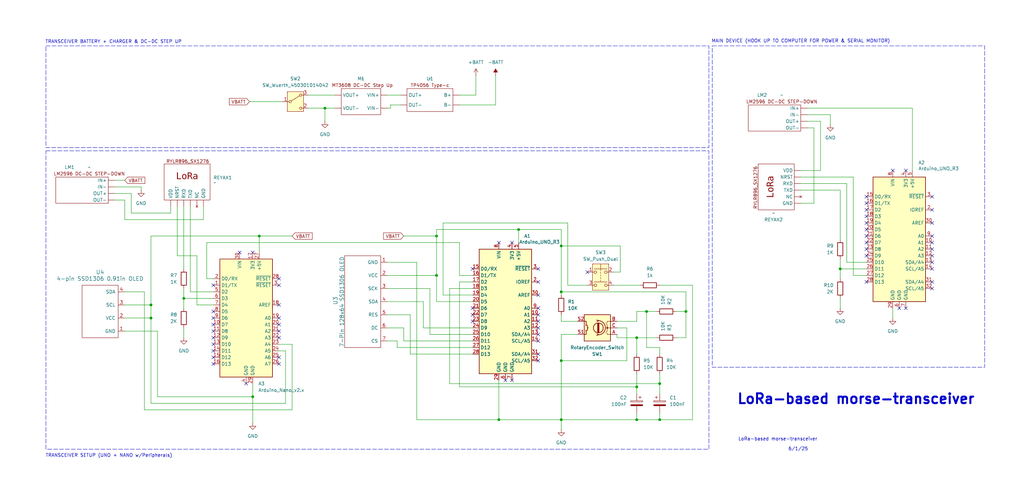
<source format=kicad_sch>
(kicad_sch
	(version 20250114)
	(generator "eeschema")
	(generator_version "9.0")
	(uuid "d9ed7f40-b5b0-4ca2-b4df-8af59ec951c9")
	(paper "User" 396.24 190.5)
	(lib_symbols
		(symbol "Device:C_Polarized"
			(pin_numbers
				(hide yes)
			)
			(pin_names
				(offset 0.254)
			)
			(exclude_from_sim no)
			(in_bom yes)
			(on_board yes)
			(property "Reference" "C"
				(at 0.635 2.54 0)
				(effects
					(font
						(size 1.27 1.27)
					)
					(justify left)
				)
			)
			(property "Value" "C_Polarized"
				(at 0.635 -2.54 0)
				(effects
					(font
						(size 1.27 1.27)
					)
					(justify left)
				)
			)
			(property "Footprint" ""
				(at 0.9652 -3.81 0)
				(effects
					(font
						(size 1.27 1.27)
					)
					(hide yes)
				)
			)
			(property "Datasheet" "~"
				(at 0 0 0)
				(effects
					(font
						(size 1.27 1.27)
					)
					(hide yes)
				)
			)
			(property "Description" "Polarized capacitor"
				(at 0 0 0)
				(effects
					(font
						(size 1.27 1.27)
					)
					(hide yes)
				)
			)
			(property "ki_keywords" "cap capacitor"
				(at 0 0 0)
				(effects
					(font
						(size 1.27 1.27)
					)
					(hide yes)
				)
			)
			(property "ki_fp_filters" "CP_*"
				(at 0 0 0)
				(effects
					(font
						(size 1.27 1.27)
					)
					(hide yes)
				)
			)
			(symbol "C_Polarized_0_1"
				(rectangle
					(start -2.286 0.508)
					(end 2.286 1.016)
					(stroke
						(width 0)
						(type default)
					)
					(fill
						(type none)
					)
				)
				(polyline
					(pts
						(xy -1.778 2.286) (xy -0.762 2.286)
					)
					(stroke
						(width 0)
						(type default)
					)
					(fill
						(type none)
					)
				)
				(polyline
					(pts
						(xy -1.27 2.794) (xy -1.27 1.778)
					)
					(stroke
						(width 0)
						(type default)
					)
					(fill
						(type none)
					)
				)
				(rectangle
					(start 2.286 -0.508)
					(end -2.286 -1.016)
					(stroke
						(width 0)
						(type default)
					)
					(fill
						(type outline)
					)
				)
			)
			(symbol "C_Polarized_1_1"
				(pin passive line
					(at 0 3.81 270)
					(length 2.794)
					(name "~"
						(effects
							(font
								(size 1.27 1.27)
							)
						)
					)
					(number "1"
						(effects
							(font
								(size 1.27 1.27)
							)
						)
					)
				)
				(pin passive line
					(at 0 -3.81 90)
					(length 2.794)
					(name "~"
						(effects
							(font
								(size 1.27 1.27)
							)
						)
					)
					(number "2"
						(effects
							(font
								(size 1.27 1.27)
							)
						)
					)
				)
			)
			(embedded_fonts no)
		)
		(symbol "Device:R"
			(pin_numbers
				(hide yes)
			)
			(pin_names
				(offset 0)
			)
			(exclude_from_sim no)
			(in_bom yes)
			(on_board yes)
			(property "Reference" "R"
				(at 2.032 0 90)
				(effects
					(font
						(size 1.27 1.27)
					)
				)
			)
			(property "Value" "R"
				(at 0 0 90)
				(effects
					(font
						(size 1.27 1.27)
					)
				)
			)
			(property "Footprint" ""
				(at -1.778 0 90)
				(effects
					(font
						(size 1.27 1.27)
					)
					(hide yes)
				)
			)
			(property "Datasheet" "~"
				(at 0 0 0)
				(effects
					(font
						(size 1.27 1.27)
					)
					(hide yes)
				)
			)
			(property "Description" "Resistor"
				(at 0 0 0)
				(effects
					(font
						(size 1.27 1.27)
					)
					(hide yes)
				)
			)
			(property "ki_keywords" "R res resistor"
				(at 0 0 0)
				(effects
					(font
						(size 1.27 1.27)
					)
					(hide yes)
				)
			)
			(property "ki_fp_filters" "R_*"
				(at 0 0 0)
				(effects
					(font
						(size 1.27 1.27)
					)
					(hide yes)
				)
			)
			(symbol "R_0_1"
				(rectangle
					(start -1.016 -2.54)
					(end 1.016 2.54)
					(stroke
						(width 0.254)
						(type default)
					)
					(fill
						(type none)
					)
				)
			)
			(symbol "R_1_1"
				(pin passive line
					(at 0 3.81 270)
					(length 1.27)
					(name "~"
						(effects
							(font
								(size 1.27 1.27)
							)
						)
					)
					(number "1"
						(effects
							(font
								(size 1.27 1.27)
							)
						)
					)
				)
				(pin passive line
					(at 0 -3.81 90)
					(length 1.27)
					(name "~"
						(effects
							(font
								(size 1.27 1.27)
							)
						)
					)
					(number "2"
						(effects
							(font
								(size 1.27 1.27)
							)
						)
					)
				)
			)
			(embedded_fonts no)
		)
		(symbol "Device:RotaryEncoder_Switch"
			(pin_names
				(offset 0.254)
				(hide yes)
			)
			(exclude_from_sim no)
			(in_bom yes)
			(on_board yes)
			(property "Reference" "SW"
				(at 0 6.604 0)
				(effects
					(font
						(size 1.27 1.27)
					)
				)
			)
			(property "Value" "RotaryEncoder_Switch"
				(at 0 -6.604 0)
				(effects
					(font
						(size 1.27 1.27)
					)
				)
			)
			(property "Footprint" ""
				(at -3.81 4.064 0)
				(effects
					(font
						(size 1.27 1.27)
					)
					(hide yes)
				)
			)
			(property "Datasheet" "~"
				(at 0 6.604 0)
				(effects
					(font
						(size 1.27 1.27)
					)
					(hide yes)
				)
			)
			(property "Description" "Rotary encoder, dual channel, incremental quadrate outputs, with switch"
				(at 0 0 0)
				(effects
					(font
						(size 1.27 1.27)
					)
					(hide yes)
				)
			)
			(property "ki_keywords" "rotary switch encoder switch push button"
				(at 0 0 0)
				(effects
					(font
						(size 1.27 1.27)
					)
					(hide yes)
				)
			)
			(property "ki_fp_filters" "RotaryEncoder*Switch*"
				(at 0 0 0)
				(effects
					(font
						(size 1.27 1.27)
					)
					(hide yes)
				)
			)
			(symbol "RotaryEncoder_Switch_0_1"
				(rectangle
					(start -5.08 5.08)
					(end 5.08 -5.08)
					(stroke
						(width 0.254)
						(type default)
					)
					(fill
						(type background)
					)
				)
				(polyline
					(pts
						(xy -5.08 2.54) (xy -3.81 2.54) (xy -3.81 2.032)
					)
					(stroke
						(width 0)
						(type default)
					)
					(fill
						(type none)
					)
				)
				(polyline
					(pts
						(xy -5.08 0) (xy -3.81 0) (xy -3.81 -1.016) (xy -3.302 -2.032)
					)
					(stroke
						(width 0)
						(type default)
					)
					(fill
						(type none)
					)
				)
				(polyline
					(pts
						(xy -5.08 -2.54) (xy -3.81 -2.54) (xy -3.81 -2.032)
					)
					(stroke
						(width 0)
						(type default)
					)
					(fill
						(type none)
					)
				)
				(polyline
					(pts
						(xy -4.318 0) (xy -3.81 0) (xy -3.81 1.016) (xy -3.302 2.032)
					)
					(stroke
						(width 0)
						(type default)
					)
					(fill
						(type none)
					)
				)
				(circle
					(center -3.81 0)
					(radius 0.254)
					(stroke
						(width 0)
						(type default)
					)
					(fill
						(type outline)
					)
				)
				(polyline
					(pts
						(xy -0.635 -1.778) (xy -0.635 1.778)
					)
					(stroke
						(width 0.254)
						(type default)
					)
					(fill
						(type none)
					)
				)
				(circle
					(center -0.381 0)
					(radius 1.905)
					(stroke
						(width 0.254)
						(type default)
					)
					(fill
						(type none)
					)
				)
				(polyline
					(pts
						(xy -0.381 -1.778) (xy -0.381 1.778)
					)
					(stroke
						(width 0.254)
						(type default)
					)
					(fill
						(type none)
					)
				)
				(arc
					(start -0.381 -2.794)
					(mid -3.0988 -0.0635)
					(end -0.381 2.667)
					(stroke
						(width 0.254)
						(type default)
					)
					(fill
						(type none)
					)
				)
				(polyline
					(pts
						(xy -0.127 1.778) (xy -0.127 -1.778)
					)
					(stroke
						(width 0.254)
						(type default)
					)
					(fill
						(type none)
					)
				)
				(polyline
					(pts
						(xy 0.254 2.921) (xy -0.508 2.667) (xy 0.127 2.286)
					)
					(stroke
						(width 0.254)
						(type default)
					)
					(fill
						(type none)
					)
				)
				(polyline
					(pts
						(xy 0.254 -3.048) (xy -0.508 -2.794) (xy 0.127 -2.413)
					)
					(stroke
						(width 0.254)
						(type default)
					)
					(fill
						(type none)
					)
				)
				(polyline
					(pts
						(xy 3.81 1.016) (xy 3.81 -1.016)
					)
					(stroke
						(width 0.254)
						(type default)
					)
					(fill
						(type none)
					)
				)
				(polyline
					(pts
						(xy 3.81 0) (xy 3.429 0)
					)
					(stroke
						(width 0.254)
						(type default)
					)
					(fill
						(type none)
					)
				)
				(circle
					(center 4.318 1.016)
					(radius 0.127)
					(stroke
						(width 0.254)
						(type default)
					)
					(fill
						(type none)
					)
				)
				(circle
					(center 4.318 -1.016)
					(radius 0.127)
					(stroke
						(width 0.254)
						(type default)
					)
					(fill
						(type none)
					)
				)
				(polyline
					(pts
						(xy 5.08 2.54) (xy 4.318 2.54) (xy 4.318 1.016)
					)
					(stroke
						(width 0.254)
						(type default)
					)
					(fill
						(type none)
					)
				)
				(polyline
					(pts
						(xy 5.08 -2.54) (xy 4.318 -2.54) (xy 4.318 -1.016)
					)
					(stroke
						(width 0.254)
						(type default)
					)
					(fill
						(type none)
					)
				)
			)
			(symbol "RotaryEncoder_Switch_1_1"
				(pin passive line
					(at -7.62 2.54 0)
					(length 2.54)
					(name "A"
						(effects
							(font
								(size 1.27 1.27)
							)
						)
					)
					(number "A"
						(effects
							(font
								(size 1.27 1.27)
							)
						)
					)
				)
				(pin passive line
					(at -7.62 0 0)
					(length 2.54)
					(name "C"
						(effects
							(font
								(size 1.27 1.27)
							)
						)
					)
					(number "C"
						(effects
							(font
								(size 1.27 1.27)
							)
						)
					)
				)
				(pin passive line
					(at -7.62 -2.54 0)
					(length 2.54)
					(name "B"
						(effects
							(font
								(size 1.27 1.27)
							)
						)
					)
					(number "B"
						(effects
							(font
								(size 1.27 1.27)
							)
						)
					)
				)
				(pin passive line
					(at 7.62 2.54 180)
					(length 2.54)
					(name "S1"
						(effects
							(font
								(size 1.27 1.27)
							)
						)
					)
					(number "S1"
						(effects
							(font
								(size 1.27 1.27)
							)
						)
					)
				)
				(pin passive line
					(at 7.62 -2.54 180)
					(length 2.54)
					(name "S2"
						(effects
							(font
								(size 1.27 1.27)
							)
						)
					)
					(number "S2"
						(effects
							(font
								(size 1.27 1.27)
							)
						)
					)
				)
			)
			(embedded_fonts no)
		)
		(symbol "LM2596:LM2596_STEP_DOWN"
			(exclude_from_sim no)
			(in_bom yes)
			(on_board yes)
			(property "Reference" "LM"
				(at -7.366 10.414 0)
				(effects
					(font
						(size 1.27 1.27)
					)
				)
			)
			(property "Value" ""
				(at 0 0 0)
				(effects
					(font
						(size 1.27 1.27)
					)
				)
			)
			(property "Footprint" ""
				(at 0 0 0)
				(effects
					(font
						(size 1.27 1.27)
					)
					(hide yes)
				)
			)
			(property "Datasheet" ""
				(at 0 0 0)
				(effects
					(font
						(size 1.27 1.27)
					)
					(hide yes)
				)
			)
			(property "Description" ""
				(at 0 0 0)
				(effects
					(font
						(size 1.27 1.27)
					)
					(hide yes)
				)
			)
			(symbol "LM2596_STEP_DOWN_0_1"
				(rectangle
					(start -12.7 6.35)
					(end 7.62 -3.81)
					(stroke
						(width 0)
						(type default)
					)
					(fill
						(type none)
					)
				)
			)
			(symbol "LM2596_STEP_DOWN_1_1"
				(text "LM2596 DC-DC STEP-DOWN"
					(at 0.254 7.62 0)
					(effects
						(font
							(size 1.27 1.27)
						)
					)
				)
				(pin unspecified line
					(at 10.16 5.08 180)
					(length 2.54)
					(name "IN+"
						(effects
							(font
								(size 1.27 1.27)
							)
						)
					)
					(number ""
						(effects
							(font
								(size 1.27 1.27)
							)
						)
					)
				)
				(pin unspecified line
					(at 10.16 2.54 180)
					(length 2.54)
					(name "IN-"
						(effects
							(font
								(size 1.27 1.27)
							)
						)
					)
					(number ""
						(effects
							(font
								(size 1.27 1.27)
							)
						)
					)
				)
				(pin unspecified line
					(at 10.16 0 180)
					(length 2.54)
					(name "OUT+"
						(effects
							(font
								(size 1.27 1.27)
							)
						)
					)
					(number ""
						(effects
							(font
								(size 1.27 1.27)
							)
						)
					)
				)
				(pin unspecified line
					(at 10.16 -2.54 180)
					(length 2.54)
					(name "OUT-"
						(effects
							(font
								(size 1.27 1.27)
							)
						)
					)
					(number ""
						(effects
							(font
								(size 1.27 1.27)
							)
						)
					)
				)
			)
			(embedded_fonts no)
		)
		(symbol "LM2596_STEP_DOWN_1"
			(exclude_from_sim no)
			(in_bom yes)
			(on_board yes)
			(property "Reference" "LM"
				(at -7.366 10.414 0)
				(effects
					(font
						(size 1.27 1.27)
					)
				)
			)
			(property "Value" ""
				(at 0 0 0)
				(effects
					(font
						(size 1.27 1.27)
					)
				)
			)
			(property "Footprint" ""
				(at 0 0 0)
				(effects
					(font
						(size 1.27 1.27)
					)
					(hide yes)
				)
			)
			(property "Datasheet" ""
				(at 0 0 0)
				(effects
					(font
						(size 1.27 1.27)
					)
					(hide yes)
				)
			)
			(property "Description" ""
				(at 0 0 0)
				(effects
					(font
						(size 1.27 1.27)
					)
					(hide yes)
				)
			)
			(symbol "LM2596_STEP_DOWN_1_0_1"
				(rectangle
					(start -12.7 6.35)
					(end 7.62 -3.81)
					(stroke
						(width 0)
						(type default)
					)
					(fill
						(type none)
					)
				)
			)
			(symbol "LM2596_STEP_DOWN_1_1_1"
				(text "LM2596 DC-DC STEP-DOWN"
					(at 0.254 7.62 0)
					(effects
						(font
							(size 1.27 1.27)
						)
					)
				)
				(pin unspecified line
					(at 10.16 5.08 180)
					(length 2.54)
					(name "IN+"
						(effects
							(font
								(size 1.27 1.27)
							)
						)
					)
					(number ""
						(effects
							(font
								(size 1.27 1.27)
							)
						)
					)
				)
				(pin unspecified line
					(at 10.16 2.54 180)
					(length 2.54)
					(name "IN-"
						(effects
							(font
								(size 1.27 1.27)
							)
						)
					)
					(number ""
						(effects
							(font
								(size 1.27 1.27)
							)
						)
					)
				)
				(pin unspecified line
					(at 10.16 0 180)
					(length 2.54)
					(name "OUT+"
						(effects
							(font
								(size 1.27 1.27)
							)
						)
					)
					(number ""
						(effects
							(font
								(size 1.27 1.27)
							)
						)
					)
				)
				(pin unspecified line
					(at 10.16 -2.54 180)
					(length 2.54)
					(name "OUT-"
						(effects
							(font
								(size 1.27 1.27)
							)
						)
					)
					(number ""
						(effects
							(font
								(size 1.27 1.27)
							)
						)
					)
				)
			)
			(embedded_fonts no)
		)
		(symbol "MCU_Module:Arduino_Nano_v2.x"
			(exclude_from_sim no)
			(in_bom yes)
			(on_board yes)
			(property "Reference" "A"
				(at -10.16 23.495 0)
				(effects
					(font
						(size 1.27 1.27)
					)
					(justify left bottom)
				)
			)
			(property "Value" "Arduino_Nano_v2.x"
				(at 5.08 -24.13 0)
				(effects
					(font
						(size 1.27 1.27)
					)
					(justify left top)
				)
			)
			(property "Footprint" "Module:Arduino_Nano"
				(at 0 0 0)
				(effects
					(font
						(size 1.27 1.27)
						(italic yes)
					)
					(hide yes)
				)
			)
			(property "Datasheet" "https://www.arduino.cc/en/uploads/Main/ArduinoNanoManual23.pdf"
				(at 0 0 0)
				(effects
					(font
						(size 1.27 1.27)
					)
					(hide yes)
				)
			)
			(property "Description" "Arduino Nano v2.x"
				(at 0 0 0)
				(effects
					(font
						(size 1.27 1.27)
					)
					(hide yes)
				)
			)
			(property "ki_keywords" "Arduino nano microcontroller module USB"
				(at 0 0 0)
				(effects
					(font
						(size 1.27 1.27)
					)
					(hide yes)
				)
			)
			(property "ki_fp_filters" "Arduino*Nano*"
				(at 0 0 0)
				(effects
					(font
						(size 1.27 1.27)
					)
					(hide yes)
				)
			)
			(symbol "Arduino_Nano_v2.x_0_1"
				(rectangle
					(start -10.16 22.86)
					(end 10.16 -22.86)
					(stroke
						(width 0.254)
						(type default)
					)
					(fill
						(type background)
					)
				)
			)
			(symbol "Arduino_Nano_v2.x_1_1"
				(pin bidirectional line
					(at -12.7 15.24 0)
					(length 2.54)
					(name "D0/RX"
						(effects
							(font
								(size 1.27 1.27)
							)
						)
					)
					(number "2"
						(effects
							(font
								(size 1.27 1.27)
							)
						)
					)
				)
				(pin bidirectional line
					(at -12.7 12.7 0)
					(length 2.54)
					(name "D1/TX"
						(effects
							(font
								(size 1.27 1.27)
							)
						)
					)
					(number "1"
						(effects
							(font
								(size 1.27 1.27)
							)
						)
					)
				)
				(pin bidirectional line
					(at -12.7 10.16 0)
					(length 2.54)
					(name "D2"
						(effects
							(font
								(size 1.27 1.27)
							)
						)
					)
					(number "5"
						(effects
							(font
								(size 1.27 1.27)
							)
						)
					)
				)
				(pin bidirectional line
					(at -12.7 7.62 0)
					(length 2.54)
					(name "D3"
						(effects
							(font
								(size 1.27 1.27)
							)
						)
					)
					(number "6"
						(effects
							(font
								(size 1.27 1.27)
							)
						)
					)
				)
				(pin bidirectional line
					(at -12.7 5.08 0)
					(length 2.54)
					(name "D4"
						(effects
							(font
								(size 1.27 1.27)
							)
						)
					)
					(number "7"
						(effects
							(font
								(size 1.27 1.27)
							)
						)
					)
				)
				(pin bidirectional line
					(at -12.7 2.54 0)
					(length 2.54)
					(name "D5"
						(effects
							(font
								(size 1.27 1.27)
							)
						)
					)
					(number "8"
						(effects
							(font
								(size 1.27 1.27)
							)
						)
					)
				)
				(pin bidirectional line
					(at -12.7 0 0)
					(length 2.54)
					(name "D6"
						(effects
							(font
								(size 1.27 1.27)
							)
						)
					)
					(number "9"
						(effects
							(font
								(size 1.27 1.27)
							)
						)
					)
				)
				(pin bidirectional line
					(at -12.7 -2.54 0)
					(length 2.54)
					(name "D7"
						(effects
							(font
								(size 1.27 1.27)
							)
						)
					)
					(number "10"
						(effects
							(font
								(size 1.27 1.27)
							)
						)
					)
				)
				(pin bidirectional line
					(at -12.7 -5.08 0)
					(length 2.54)
					(name "D8"
						(effects
							(font
								(size 1.27 1.27)
							)
						)
					)
					(number "11"
						(effects
							(font
								(size 1.27 1.27)
							)
						)
					)
				)
				(pin bidirectional line
					(at -12.7 -7.62 0)
					(length 2.54)
					(name "D9"
						(effects
							(font
								(size 1.27 1.27)
							)
						)
					)
					(number "12"
						(effects
							(font
								(size 1.27 1.27)
							)
						)
					)
				)
				(pin bidirectional line
					(at -12.7 -10.16 0)
					(length 2.54)
					(name "D10"
						(effects
							(font
								(size 1.27 1.27)
							)
						)
					)
					(number "13"
						(effects
							(font
								(size 1.27 1.27)
							)
						)
					)
				)
				(pin bidirectional line
					(at -12.7 -12.7 0)
					(length 2.54)
					(name "D11"
						(effects
							(font
								(size 1.27 1.27)
							)
						)
					)
					(number "14"
						(effects
							(font
								(size 1.27 1.27)
							)
						)
					)
				)
				(pin bidirectional line
					(at -12.7 -15.24 0)
					(length 2.54)
					(name "D12"
						(effects
							(font
								(size 1.27 1.27)
							)
						)
					)
					(number "15"
						(effects
							(font
								(size 1.27 1.27)
							)
						)
					)
				)
				(pin bidirectional line
					(at -12.7 -17.78 0)
					(length 2.54)
					(name "D13"
						(effects
							(font
								(size 1.27 1.27)
							)
						)
					)
					(number "16"
						(effects
							(font
								(size 1.27 1.27)
							)
						)
					)
				)
				(pin power_in line
					(at -2.54 25.4 270)
					(length 2.54)
					(name "VIN"
						(effects
							(font
								(size 1.27 1.27)
							)
						)
					)
					(number "30"
						(effects
							(font
								(size 1.27 1.27)
							)
						)
					)
				)
				(pin power_in line
					(at 0 -25.4 90)
					(length 2.54)
					(name "GND"
						(effects
							(font
								(size 1.27 1.27)
							)
						)
					)
					(number "4"
						(effects
							(font
								(size 1.27 1.27)
							)
						)
					)
				)
				(pin power_out line
					(at 2.54 25.4 270)
					(length 2.54)
					(name "3V3"
						(effects
							(font
								(size 1.27 1.27)
							)
						)
					)
					(number "17"
						(effects
							(font
								(size 1.27 1.27)
							)
						)
					)
				)
				(pin power_in line
					(at 2.54 -25.4 90)
					(length 2.54)
					(name "GND"
						(effects
							(font
								(size 1.27 1.27)
							)
						)
					)
					(number "29"
						(effects
							(font
								(size 1.27 1.27)
							)
						)
					)
				)
				(pin power_out line
					(at 5.08 25.4 270)
					(length 2.54)
					(name "+5V"
						(effects
							(font
								(size 1.27 1.27)
							)
						)
					)
					(number "27"
						(effects
							(font
								(size 1.27 1.27)
							)
						)
					)
				)
				(pin input line
					(at 12.7 15.24 180)
					(length 2.54)
					(name "~{RESET}"
						(effects
							(font
								(size 1.27 1.27)
							)
						)
					)
					(number "28"
						(effects
							(font
								(size 1.27 1.27)
							)
						)
					)
				)
				(pin input line
					(at 12.7 12.7 180)
					(length 2.54)
					(name "~{RESET}"
						(effects
							(font
								(size 1.27 1.27)
							)
						)
					)
					(number "3"
						(effects
							(font
								(size 1.27 1.27)
							)
						)
					)
				)
				(pin input line
					(at 12.7 5.08 180)
					(length 2.54)
					(name "AREF"
						(effects
							(font
								(size 1.27 1.27)
							)
						)
					)
					(number "18"
						(effects
							(font
								(size 1.27 1.27)
							)
						)
					)
				)
				(pin bidirectional line
					(at 12.7 0 180)
					(length 2.54)
					(name "A0"
						(effects
							(font
								(size 1.27 1.27)
							)
						)
					)
					(number "19"
						(effects
							(font
								(size 1.27 1.27)
							)
						)
					)
				)
				(pin bidirectional line
					(at 12.7 -2.54 180)
					(length 2.54)
					(name "A1"
						(effects
							(font
								(size 1.27 1.27)
							)
						)
					)
					(number "20"
						(effects
							(font
								(size 1.27 1.27)
							)
						)
					)
				)
				(pin bidirectional line
					(at 12.7 -5.08 180)
					(length 2.54)
					(name "A2"
						(effects
							(font
								(size 1.27 1.27)
							)
						)
					)
					(number "21"
						(effects
							(font
								(size 1.27 1.27)
							)
						)
					)
				)
				(pin bidirectional line
					(at 12.7 -7.62 180)
					(length 2.54)
					(name "A3"
						(effects
							(font
								(size 1.27 1.27)
							)
						)
					)
					(number "22"
						(effects
							(font
								(size 1.27 1.27)
							)
						)
					)
				)
				(pin bidirectional line
					(at 12.7 -10.16 180)
					(length 2.54)
					(name "A4"
						(effects
							(font
								(size 1.27 1.27)
							)
						)
					)
					(number "23"
						(effects
							(font
								(size 1.27 1.27)
							)
						)
					)
				)
				(pin bidirectional line
					(at 12.7 -12.7 180)
					(length 2.54)
					(name "A5"
						(effects
							(font
								(size 1.27 1.27)
							)
						)
					)
					(number "24"
						(effects
							(font
								(size 1.27 1.27)
							)
						)
					)
				)
				(pin bidirectional line
					(at 12.7 -15.24 180)
					(length 2.54)
					(name "A6"
						(effects
							(font
								(size 1.27 1.27)
							)
						)
					)
					(number "25"
						(effects
							(font
								(size 1.27 1.27)
							)
						)
					)
				)
				(pin bidirectional line
					(at 12.7 -17.78 180)
					(length 2.54)
					(name "A7"
						(effects
							(font
								(size 1.27 1.27)
							)
						)
					)
					(number "26"
						(effects
							(font
								(size 1.27 1.27)
							)
						)
					)
				)
			)
			(embedded_fonts no)
		)
		(symbol "MCU_Module:Arduino_UNO_R3"
			(exclude_from_sim no)
			(in_bom yes)
			(on_board yes)
			(property "Reference" "A"
				(at -10.16 23.495 0)
				(effects
					(font
						(size 1.27 1.27)
					)
					(justify left bottom)
				)
			)
			(property "Value" "Arduino_UNO_R3"
				(at 5.08 -26.67 0)
				(effects
					(font
						(size 1.27 1.27)
					)
					(justify left top)
				)
			)
			(property "Footprint" "Module:Arduino_UNO_R3"
				(at 0 0 0)
				(effects
					(font
						(size 1.27 1.27)
						(italic yes)
					)
					(hide yes)
				)
			)
			(property "Datasheet" "https://www.arduino.cc/en/Main/arduinoBoardUno"
				(at 0 0 0)
				(effects
					(font
						(size 1.27 1.27)
					)
					(hide yes)
				)
			)
			(property "Description" "Arduino UNO Microcontroller Module, release 3"
				(at 0 0 0)
				(effects
					(font
						(size 1.27 1.27)
					)
					(hide yes)
				)
			)
			(property "ki_keywords" "Arduino UNO R3 Microcontroller Module Atmel AVR USB"
				(at 0 0 0)
				(effects
					(font
						(size 1.27 1.27)
					)
					(hide yes)
				)
			)
			(property "ki_fp_filters" "Arduino*UNO*R3*"
				(at 0 0 0)
				(effects
					(font
						(size 1.27 1.27)
					)
					(hide yes)
				)
			)
			(symbol "Arduino_UNO_R3_0_1"
				(rectangle
					(start -10.16 22.86)
					(end 10.16 -25.4)
					(stroke
						(width 0.254)
						(type default)
					)
					(fill
						(type background)
					)
				)
			)
			(symbol "Arduino_UNO_R3_1_1"
				(pin bidirectional line
					(at -12.7 15.24 0)
					(length 2.54)
					(name "D0/RX"
						(effects
							(font
								(size 1.27 1.27)
							)
						)
					)
					(number "15"
						(effects
							(font
								(size 1.27 1.27)
							)
						)
					)
				)
				(pin bidirectional line
					(at -12.7 12.7 0)
					(length 2.54)
					(name "D1/TX"
						(effects
							(font
								(size 1.27 1.27)
							)
						)
					)
					(number "16"
						(effects
							(font
								(size 1.27 1.27)
							)
						)
					)
				)
				(pin bidirectional line
					(at -12.7 10.16 0)
					(length 2.54)
					(name "D2"
						(effects
							(font
								(size 1.27 1.27)
							)
						)
					)
					(number "17"
						(effects
							(font
								(size 1.27 1.27)
							)
						)
					)
				)
				(pin bidirectional line
					(at -12.7 7.62 0)
					(length 2.54)
					(name "D3"
						(effects
							(font
								(size 1.27 1.27)
							)
						)
					)
					(number "18"
						(effects
							(font
								(size 1.27 1.27)
							)
						)
					)
				)
				(pin bidirectional line
					(at -12.7 5.08 0)
					(length 2.54)
					(name "D4"
						(effects
							(font
								(size 1.27 1.27)
							)
						)
					)
					(number "19"
						(effects
							(font
								(size 1.27 1.27)
							)
						)
					)
				)
				(pin bidirectional line
					(at -12.7 2.54 0)
					(length 2.54)
					(name "D5"
						(effects
							(font
								(size 1.27 1.27)
							)
						)
					)
					(number "20"
						(effects
							(font
								(size 1.27 1.27)
							)
						)
					)
				)
				(pin bidirectional line
					(at -12.7 0 0)
					(length 2.54)
					(name "D6"
						(effects
							(font
								(size 1.27 1.27)
							)
						)
					)
					(number "21"
						(effects
							(font
								(size 1.27 1.27)
							)
						)
					)
				)
				(pin bidirectional line
					(at -12.7 -2.54 0)
					(length 2.54)
					(name "D7"
						(effects
							(font
								(size 1.27 1.27)
							)
						)
					)
					(number "22"
						(effects
							(font
								(size 1.27 1.27)
							)
						)
					)
				)
				(pin bidirectional line
					(at -12.7 -5.08 0)
					(length 2.54)
					(name "D8"
						(effects
							(font
								(size 1.27 1.27)
							)
						)
					)
					(number "23"
						(effects
							(font
								(size 1.27 1.27)
							)
						)
					)
				)
				(pin bidirectional line
					(at -12.7 -7.62 0)
					(length 2.54)
					(name "D9"
						(effects
							(font
								(size 1.27 1.27)
							)
						)
					)
					(number "24"
						(effects
							(font
								(size 1.27 1.27)
							)
						)
					)
				)
				(pin bidirectional line
					(at -12.7 -10.16 0)
					(length 2.54)
					(name "D10"
						(effects
							(font
								(size 1.27 1.27)
							)
						)
					)
					(number "25"
						(effects
							(font
								(size 1.27 1.27)
							)
						)
					)
				)
				(pin bidirectional line
					(at -12.7 -12.7 0)
					(length 2.54)
					(name "D11"
						(effects
							(font
								(size 1.27 1.27)
							)
						)
					)
					(number "26"
						(effects
							(font
								(size 1.27 1.27)
							)
						)
					)
				)
				(pin bidirectional line
					(at -12.7 -15.24 0)
					(length 2.54)
					(name "D12"
						(effects
							(font
								(size 1.27 1.27)
							)
						)
					)
					(number "27"
						(effects
							(font
								(size 1.27 1.27)
							)
						)
					)
				)
				(pin bidirectional line
					(at -12.7 -17.78 0)
					(length 2.54)
					(name "D13"
						(effects
							(font
								(size 1.27 1.27)
							)
						)
					)
					(number "28"
						(effects
							(font
								(size 1.27 1.27)
							)
						)
					)
				)
				(pin no_connect line
					(at -10.16 -20.32 0)
					(length 2.54)
					(hide yes)
					(name "NC"
						(effects
							(font
								(size 1.27 1.27)
							)
						)
					)
					(number "1"
						(effects
							(font
								(size 1.27 1.27)
							)
						)
					)
				)
				(pin power_in line
					(at -2.54 25.4 270)
					(length 2.54)
					(name "VIN"
						(effects
							(font
								(size 1.27 1.27)
							)
						)
					)
					(number "8"
						(effects
							(font
								(size 1.27 1.27)
							)
						)
					)
				)
				(pin power_in line
					(at -2.54 -27.94 90)
					(length 2.54)
					(name "GND"
						(effects
							(font
								(size 1.27 1.27)
							)
						)
					)
					(number "29"
						(effects
							(font
								(size 1.27 1.27)
							)
						)
					)
				)
				(pin power_in line
					(at 0 -27.94 90)
					(length 2.54)
					(name "GND"
						(effects
							(font
								(size 1.27 1.27)
							)
						)
					)
					(number "6"
						(effects
							(font
								(size 1.27 1.27)
							)
						)
					)
				)
				(pin power_out line
					(at 2.54 25.4 270)
					(length 2.54)
					(name "3V3"
						(effects
							(font
								(size 1.27 1.27)
							)
						)
					)
					(number "4"
						(effects
							(font
								(size 1.27 1.27)
							)
						)
					)
				)
				(pin power_in line
					(at 2.54 -27.94 90)
					(length 2.54)
					(name "GND"
						(effects
							(font
								(size 1.27 1.27)
							)
						)
					)
					(number "7"
						(effects
							(font
								(size 1.27 1.27)
							)
						)
					)
				)
				(pin power_out line
					(at 5.08 25.4 270)
					(length 2.54)
					(name "+5V"
						(effects
							(font
								(size 1.27 1.27)
							)
						)
					)
					(number "5"
						(effects
							(font
								(size 1.27 1.27)
							)
						)
					)
				)
				(pin input line
					(at 12.7 15.24 180)
					(length 2.54)
					(name "~{RESET}"
						(effects
							(font
								(size 1.27 1.27)
							)
						)
					)
					(number "3"
						(effects
							(font
								(size 1.27 1.27)
							)
						)
					)
				)
				(pin output line
					(at 12.7 10.16 180)
					(length 2.54)
					(name "IOREF"
						(effects
							(font
								(size 1.27 1.27)
							)
						)
					)
					(number "2"
						(effects
							(font
								(size 1.27 1.27)
							)
						)
					)
				)
				(pin input line
					(at 12.7 5.08 180)
					(length 2.54)
					(name "AREF"
						(effects
							(font
								(size 1.27 1.27)
							)
						)
					)
					(number "30"
						(effects
							(font
								(size 1.27 1.27)
							)
						)
					)
				)
				(pin bidirectional line
					(at 12.7 0 180)
					(length 2.54)
					(name "A0"
						(effects
							(font
								(size 1.27 1.27)
							)
						)
					)
					(number "9"
						(effects
							(font
								(size 1.27 1.27)
							)
						)
					)
				)
				(pin bidirectional line
					(at 12.7 -2.54 180)
					(length 2.54)
					(name "A1"
						(effects
							(font
								(size 1.27 1.27)
							)
						)
					)
					(number "10"
						(effects
							(font
								(size 1.27 1.27)
							)
						)
					)
				)
				(pin bidirectional line
					(at 12.7 -5.08 180)
					(length 2.54)
					(name "A2"
						(effects
							(font
								(size 1.27 1.27)
							)
						)
					)
					(number "11"
						(effects
							(font
								(size 1.27 1.27)
							)
						)
					)
				)
				(pin bidirectional line
					(at 12.7 -7.62 180)
					(length 2.54)
					(name "A3"
						(effects
							(font
								(size 1.27 1.27)
							)
						)
					)
					(number "12"
						(effects
							(font
								(size 1.27 1.27)
							)
						)
					)
				)
				(pin bidirectional line
					(at 12.7 -10.16 180)
					(length 2.54)
					(name "SDA/A4"
						(effects
							(font
								(size 1.27 1.27)
							)
						)
					)
					(number "13"
						(effects
							(font
								(size 1.27 1.27)
							)
						)
					)
				)
				(pin bidirectional line
					(at 12.7 -12.7 180)
					(length 2.54)
					(name "SCL/A5"
						(effects
							(font
								(size 1.27 1.27)
							)
						)
					)
					(number "14"
						(effects
							(font
								(size 1.27 1.27)
							)
						)
					)
				)
				(pin bidirectional line
					(at 12.7 -17.78 180)
					(length 2.54)
					(name "SDA/A4"
						(effects
							(font
								(size 1.27 1.27)
							)
						)
					)
					(number "31"
						(effects
							(font
								(size 1.27 1.27)
							)
						)
					)
				)
				(pin bidirectional line
					(at 12.7 -20.32 180)
					(length 2.54)
					(name "SCL/A5"
						(effects
							(font
								(size 1.27 1.27)
							)
						)
					)
					(number "32"
						(effects
							(font
								(size 1.27 1.27)
							)
						)
					)
				)
			)
			(embedded_fonts no)
		)
		(symbol "MT3608:MT3608_Module"
			(exclude_from_sim no)
			(in_bom yes)
			(on_board yes)
			(property "Reference" "M"
				(at -0.762 8.89 0)
				(effects
					(font
						(size 1.27 1.27)
					)
				)
			)
			(property "Value" ""
				(at 0 0 0)
				(effects
					(font
						(size 1.27 1.27)
					)
				)
			)
			(property "Footprint" ""
				(at 0 0 0)
				(effects
					(font
						(size 1.27 1.27)
					)
					(hide yes)
				)
			)
			(property "Datasheet" ""
				(at 0 0 0)
				(effects
					(font
						(size 1.27 1.27)
					)
					(hide yes)
				)
			)
			(property "Description" ""
				(at 0 0 0)
				(effects
					(font
						(size 1.27 1.27)
					)
					(hide yes)
				)
			)
			(symbol "MT3608_Module_0_1"
				(rectangle
					(start -7.62 5.08)
					(end 7.62 -5.08)
					(stroke
						(width 0)
						(type default)
					)
					(fill
						(type none)
					)
				)
			)
			(symbol "MT3608_Module_1_1"
				(text "MT3608 DC-DC Step Up"
					(at 0.508 6.35 0)
					(effects
						(font
							(size 1.27 1.27)
						)
					)
				)
				(pin unspecified line
					(at -10.16 2.54 0)
					(length 2.54)
					(name "VOUT+"
						(effects
							(font
								(size 1.27 1.27)
							)
						)
					)
					(number ""
						(effects
							(font
								(size 1.27 1.27)
							)
						)
					)
				)
				(pin unspecified line
					(at -10.16 -2.54 0)
					(length 2.54)
					(name "VOUT-"
						(effects
							(font
								(size 1.27 1.27)
							)
						)
					)
					(number ""
						(effects
							(font
								(size 1.27 1.27)
							)
						)
					)
				)
				(pin unspecified line
					(at 10.16 2.54 180)
					(length 2.54)
					(name "VIN+"
						(effects
							(font
								(size 1.27 1.27)
							)
						)
					)
					(number ""
						(effects
							(font
								(size 1.27 1.27)
							)
						)
					)
				)
				(pin unspecified line
					(at 10.16 -2.54 180)
					(length 2.54)
					(name "VIN-"
						(effects
							(font
								(size 1.27 1.27)
							)
						)
					)
					(number ""
						(effects
							(font
								(size 1.27 1.27)
							)
						)
					)
				)
			)
			(embedded_fonts no)
		)
		(symbol "RYLR896:RYLR896_SX1276"
			(exclude_from_sim no)
			(in_bom yes)
			(on_board yes)
			(property "Reference" "REYAX"
				(at 0 9.906 0)
				(effects
					(font
						(size 1.27 1.27)
					)
				)
			)
			(property "Value" ""
				(at 0 0 0)
				(effects
					(font
						(size 1.27 1.27)
					)
				)
			)
			(property "Footprint" ""
				(at 0 0 0)
				(effects
					(font
						(size 1.27 1.27)
					)
					(hide yes)
				)
			)
			(property "Datasheet" ""
				(at 0 0 0)
				(effects
					(font
						(size 1.27 1.27)
					)
					(hide yes)
				)
			)
			(property "Description" ""
				(at 0 0 0)
				(effects
					(font
						(size 1.27 1.27)
					)
					(hide yes)
				)
			)
			(symbol "RYLR896_SX1276_0_1"
				(rectangle
					(start -8.89 6.35)
					(end 8.89 -7.62)
					(stroke
						(width 0)
						(type default)
					)
					(fill
						(type none)
					)
				)
			)
			(symbol "RYLR896_SX1276_1_1"
				(text "LoRa"
					(at 0 1.524 0)
					(effects
						(font
							(face "Consolas")
							(size 2.54 2.54)
						)
					)
				)
				(text "RYLR896_SX1276"
					(at 0.254 7.366 0)
					(effects
						(font
							(size 1.27 1.27)
						)
					)
				)
				(pin unspecified line
					(at -6.35 -10.16 90)
					(length 2.54)
					(name "VDD"
						(effects
							(font
								(size 1.27 1.27)
							)
						)
					)
					(number ""
						(effects
							(font
								(size 1.27 1.27)
							)
						)
					)
				)
				(pin unspecified line
					(at -3.81 -10.16 90)
					(length 2.54)
					(name "NRST"
						(effects
							(font
								(size 1.27 1.27)
							)
						)
					)
					(number ""
						(effects
							(font
								(size 1.27 1.27)
							)
						)
					)
				)
				(pin unspecified line
					(at -1.27 -10.16 90)
					(length 2.54)
					(name "RXD"
						(effects
							(font
								(size 1.27 1.27)
							)
						)
					)
					(number ""
						(effects
							(font
								(size 1.27 1.27)
							)
						)
					)
				)
				(pin unspecified line
					(at 1.27 -10.16 90)
					(length 2.54)
					(name "TXD"
						(effects
							(font
								(size 1.27 1.27)
							)
						)
					)
					(number ""
						(effects
							(font
								(size 1.27 1.27)
							)
						)
					)
				)
				(pin no_connect line
					(at 3.81 -10.16 90)
					(length 2.54)
					(name "NC"
						(effects
							(font
								(size 1.27 1.27)
							)
						)
					)
					(number ""
						(effects
							(font
								(size 1.27 1.27)
							)
						)
					)
				)
				(pin unspecified line
					(at 6.35 -10.16 90)
					(length 2.54)
					(name "GND"
						(effects
							(font
								(size 1.27 1.27)
							)
						)
					)
					(number ""
						(effects
							(font
								(size 1.27 1.27)
							)
						)
					)
				)
			)
			(embedded_fonts no)
		)
		(symbol "RYLR896_SX1276_1"
			(exclude_from_sim no)
			(in_bom yes)
			(on_board yes)
			(property "Reference" "REYAX"
				(at 0 9.906 0)
				(effects
					(font
						(size 1.27 1.27)
					)
				)
			)
			(property "Value" ""
				(at 0 0 0)
				(effects
					(font
						(size 1.27 1.27)
					)
				)
			)
			(property "Footprint" ""
				(at 0 0 0)
				(effects
					(font
						(size 1.27 1.27)
					)
					(hide yes)
				)
			)
			(property "Datasheet" ""
				(at 0 0 0)
				(effects
					(font
						(size 1.27 1.27)
					)
					(hide yes)
				)
			)
			(property "Description" ""
				(at 0 0 0)
				(effects
					(font
						(size 1.27 1.27)
					)
					(hide yes)
				)
			)
			(symbol "RYLR896_SX1276_1_0_1"
				(rectangle
					(start -8.89 6.35)
					(end 8.89 -7.62)
					(stroke
						(width 0)
						(type default)
					)
					(fill
						(type none)
					)
				)
			)
			(symbol "RYLR896_SX1276_1_1_1"
				(text "LoRa"
					(at 0 1.524 0)
					(effects
						(font
							(face "Consolas")
							(size 2.54 2.54)
						)
					)
				)
				(text "RYLR896_SX1276"
					(at 0.254 7.366 0)
					(effects
						(font
							(size 1.27 1.27)
						)
					)
				)
				(pin unspecified line
					(at -6.35 -10.16 90)
					(length 2.54)
					(name "VDD"
						(effects
							(font
								(size 1.27 1.27)
							)
						)
					)
					(number ""
						(effects
							(font
								(size 1.27 1.27)
							)
						)
					)
				)
				(pin unspecified line
					(at -3.81 -10.16 90)
					(length 2.54)
					(name "NRST"
						(effects
							(font
								(size 1.27 1.27)
							)
						)
					)
					(number ""
						(effects
							(font
								(size 1.27 1.27)
							)
						)
					)
				)
				(pin unspecified line
					(at -1.27 -10.16 90)
					(length 2.54)
					(name "RXD"
						(effects
							(font
								(size 1.27 1.27)
							)
						)
					)
					(number ""
						(effects
							(font
								(size 1.27 1.27)
							)
						)
					)
				)
				(pin unspecified line
					(at 1.27 -10.16 90)
					(length 2.54)
					(name "TXD"
						(effects
							(font
								(size 1.27 1.27)
							)
						)
					)
					(number ""
						(effects
							(font
								(size 1.27 1.27)
							)
						)
					)
				)
				(pin no_connect line
					(at 3.81 -10.16 90)
					(length 2.54)
					(name "NC"
						(effects
							(font
								(size 1.27 1.27)
							)
						)
					)
					(number ""
						(effects
							(font
								(size 1.27 1.27)
							)
						)
					)
				)
				(pin unspecified line
					(at 6.35 -10.16 90)
					(length 2.54)
					(name "GND"
						(effects
							(font
								(size 1.27 1.27)
							)
						)
					)
					(number ""
						(effects
							(font
								(size 1.27 1.27)
							)
						)
					)
				)
			)
			(embedded_fonts no)
		)
		(symbol "SSD1306_1"
			(pin_names
				(offset 1.016)
			)
			(exclude_from_sim no)
			(in_bom yes)
			(on_board yes)
			(property "Reference" "U1"
				(at 18.288 20.32 0)
				(effects
					(font
						(size 1.524 1.524)
					)
				)
			)
			(property "Value" "7-Pin 128x64 SSD1306 OLED"
				(at 17.78 17.78 0)
				(effects
					(font
						(size 1.524 1.524)
					)
				)
			)
			(property "Footprint" ""
				(at 0 0 0)
				(effects
					(font
						(size 1.524 1.524)
					)
					(hide yes)
				)
			)
			(property "Datasheet" ""
				(at 0 0 0)
				(effects
					(font
						(size 1.524 1.524)
					)
					(hide yes)
				)
			)
			(property "Description" ""
				(at 0 0 0)
				(effects
					(font
						(size 1.27 1.27)
					)
					(hide yes)
				)
			)
			(symbol "SSD1306_1_0_1"
				(rectangle
					(start 0 16.51)
					(end 35.56 2.54)
					(stroke
						(width 0)
						(type solid)
					)
					(fill
						(type none)
					)
				)
			)
			(symbol "SSD1306_1_1_1"
				(pin unspecified line
					(at 2.54 0 90)
					(length 2.54)
					(name "GND"
						(effects
							(font
								(size 1.27 1.27)
							)
						)
					)
					(number "1"
						(effects
							(font
								(size 1.27 1.27)
							)
						)
					)
				)
				(pin unspecified line
					(at 7.62 0 90)
					(length 2.54)
					(name "VCC"
						(effects
							(font
								(size 1.27 1.27)
							)
						)
					)
					(number "2"
						(effects
							(font
								(size 1.27 1.27)
							)
						)
					)
				)
				(pin unspecified line
					(at 12.7 0 90)
					(length 2.54)
					(name "SCK"
						(effects
							(font
								(size 1.27 1.27)
							)
						)
					)
					(number "3"
						(effects
							(font
								(size 1.27 1.27)
							)
						)
					)
				)
				(pin unspecified line
					(at 17.78 0 90)
					(length 2.54)
					(name "SDA"
						(effects
							(font
								(size 1.27 1.27)
							)
						)
					)
					(number "4"
						(effects
							(font
								(size 1.27 1.27)
							)
						)
					)
				)
				(pin unspecified line
					(at 22.86 0 90)
					(length 2.54)
					(name "RES"
						(effects
							(font
								(size 1.27 1.27)
							)
						)
					)
					(number "5"
						(effects
							(font
								(size 1.27 1.27)
							)
						)
					)
				)
				(pin unspecified line
					(at 27.94 0 90)
					(length 2.54)
					(name "DC"
						(effects
							(font
								(size 1.27 1.27)
							)
						)
					)
					(number "6"
						(effects
							(font
								(size 1.27 1.27)
							)
						)
					)
				)
				(pin unspecified line
					(at 33.02 0 90)
					(length 2.54)
					(name "CS"
						(effects
							(font
								(size 1.27 1.27)
							)
						)
					)
					(number "7"
						(effects
							(font
								(size 1.27 1.27)
							)
						)
					)
				)
			)
			(embedded_fonts no)
		)
		(symbol "SSD1306_3"
			(pin_names
				(offset 1.016)
			)
			(exclude_from_sim no)
			(in_bom yes)
			(on_board yes)
			(property "Reference" "U"
				(at 26.924 21.336 0)
				(effects
					(font
						(size 1.524 1.524)
					)
					(justify right top)
				)
			)
			(property "Value" "4-pin SSD1306 0.91in OLED"
				(at 8.636 18.796 0)
				(effects
					(font
						(size 1.524 1.524)
					)
					(justify left top)
				)
			)
			(property "Footprint" ""
				(at 0 0 0)
				(effects
					(font
						(size 1.524 1.524)
					)
					(hide yes)
				)
			)
			(property "Datasheet" ""
				(at 0 0 0)
				(effects
					(font
						(size 1.524 1.524)
					)
					(hide yes)
				)
			)
			(property "Description" ""
				(at 0 0 0)
				(effects
					(font
						(size 1.27 1.27)
					)
					(hide yes)
				)
			)
			(symbol "SSD1306_3_0_1"
				(rectangle
					(start 15.24 16.51)
					(end 35.56 2.54)
					(stroke
						(width 0)
						(type solid)
					)
					(fill
						(type none)
					)
				)
			)
			(symbol "SSD1306_3_1_1"
				(pin unspecified line
					(at 17.78 0 90)
					(length 2.54)
					(name "GND"
						(effects
							(font
								(size 1.27 1.27)
							)
						)
					)
					(number "1"
						(effects
							(font
								(size 1.27 1.27)
							)
						)
					)
				)
				(pin unspecified line
					(at 22.86 0 90)
					(length 2.54)
					(name "VCC"
						(effects
							(font
								(size 1.27 1.27)
							)
						)
					)
					(number "2"
						(effects
							(font
								(size 1.27 1.27)
							)
						)
					)
				)
				(pin unspecified line
					(at 27.94 0 90)
					(length 2.54)
					(name "SCL"
						(effects
							(font
								(size 1.27 1.27)
							)
						)
					)
					(number "3"
						(effects
							(font
								(size 1.27 1.27)
							)
						)
					)
				)
				(pin unspecified line
					(at 33.02 0 90)
					(length 2.54)
					(name "SDA"
						(effects
							(font
								(size 1.27 1.27)
							)
						)
					)
					(number "4"
						(effects
							(font
								(size 1.27 1.27)
							)
						)
					)
				)
			)
			(embedded_fonts no)
		)
		(symbol "Switch:SW_Push_Dual"
			(pin_names
				(offset 1.016)
				(hide yes)
			)
			(exclude_from_sim no)
			(in_bom yes)
			(on_board yes)
			(property "Reference" "SW"
				(at 0 7.62 0)
				(effects
					(font
						(size 1.27 1.27)
					)
				)
			)
			(property "Value" "SW_Push_Dual"
				(at 0 -6.35 0)
				(effects
					(font
						(size 1.27 1.27)
					)
				)
			)
			(property "Footprint" ""
				(at 0 7.62 0)
				(effects
					(font
						(size 1.27 1.27)
					)
					(hide yes)
				)
			)
			(property "Datasheet" "~"
				(at 0 0 0)
				(effects
					(font
						(size 1.27 1.27)
					)
					(hide yes)
				)
			)
			(property "Description" "Push button switch, generic, symbol, four pins"
				(at 0 0 0)
				(effects
					(font
						(size 1.27 1.27)
					)
					(hide yes)
				)
			)
			(property "ki_keywords" "switch normally-open pushbutton push-button"
				(at 0 0 0)
				(effects
					(font
						(size 1.27 1.27)
					)
					(hide yes)
				)
			)
			(symbol "SW_Push_Dual_0_1"
				(circle
					(center -2.032 2.54)
					(radius 0.508)
					(stroke
						(width 0)
						(type default)
					)
					(fill
						(type none)
					)
				)
				(circle
					(center -2.032 -2.54)
					(radius 0.508)
					(stroke
						(width 0)
						(type default)
					)
					(fill
						(type none)
					)
				)
				(polyline
					(pts
						(xy 0 3.81) (xy 0 5.588)
					)
					(stroke
						(width 0)
						(type default)
					)
					(fill
						(type none)
					)
				)
				(polyline
					(pts
						(xy 0 3.048) (xy 0 3.556)
					)
					(stroke
						(width 0)
						(type default)
					)
					(fill
						(type none)
					)
				)
				(polyline
					(pts
						(xy 0 2.032) (xy 0 2.54)
					)
					(stroke
						(width 0)
						(type default)
					)
					(fill
						(type none)
					)
				)
				(polyline
					(pts
						(xy 0 1.016) (xy 0 1.524)
					)
					(stroke
						(width 0)
						(type default)
					)
					(fill
						(type none)
					)
				)
				(polyline
					(pts
						(xy 0 0.508) (xy 0 0)
					)
					(stroke
						(width 0)
						(type default)
					)
					(fill
						(type none)
					)
				)
				(polyline
					(pts
						(xy 0 -0.508) (xy 0 -1.016)
					)
					(stroke
						(width 0)
						(type default)
					)
					(fill
						(type none)
					)
				)
				(circle
					(center 2.032 2.54)
					(radius 0.508)
					(stroke
						(width 0)
						(type default)
					)
					(fill
						(type none)
					)
				)
				(circle
					(center 2.032 -2.54)
					(radius 0.508)
					(stroke
						(width 0)
						(type default)
					)
					(fill
						(type none)
					)
				)
				(polyline
					(pts
						(xy 2.54 3.81) (xy -2.54 3.81)
					)
					(stroke
						(width 0)
						(type default)
					)
					(fill
						(type none)
					)
				)
				(polyline
					(pts
						(xy 2.54 -1.27) (xy -2.54 -1.27)
					)
					(stroke
						(width 0)
						(type default)
					)
					(fill
						(type none)
					)
				)
				(pin passive line
					(at -5.08 2.54 0)
					(length 2.54)
					(name "1"
						(effects
							(font
								(size 1.27 1.27)
							)
						)
					)
					(number "1"
						(effects
							(font
								(size 1.27 1.27)
							)
						)
					)
				)
				(pin passive line
					(at -5.08 -2.54 0)
					(length 2.54)
					(name "3"
						(effects
							(font
								(size 1.27 1.27)
							)
						)
					)
					(number "3"
						(effects
							(font
								(size 1.27 1.27)
							)
						)
					)
				)
				(pin passive line
					(at 5.08 2.54 180)
					(length 2.54)
					(name "2"
						(effects
							(font
								(size 1.27 1.27)
							)
						)
					)
					(number "2"
						(effects
							(font
								(size 1.27 1.27)
							)
						)
					)
				)
				(pin passive line
					(at 5.08 -2.54 180)
					(length 2.54)
					(name "4"
						(effects
							(font
								(size 1.27 1.27)
							)
						)
					)
					(number "4"
						(effects
							(font
								(size 1.27 1.27)
							)
						)
					)
				)
			)
			(symbol "SW_Push_Dual_1_1"
				(rectangle
					(start -3.175 5.715)
					(end 3.175 -4.445)
					(stroke
						(width 0)
						(type default)
					)
					(fill
						(type background)
					)
				)
			)
			(embedded_fonts no)
		)
		(symbol "Switch:SW_Wuerth_450301014042"
			(pin_names
				(offset 1)
				(hide yes)
			)
			(exclude_from_sim no)
			(in_bom yes)
			(on_board yes)
			(property "Reference" "SW"
				(at 0 5.08 0)
				(effects
					(font
						(size 1.27 1.27)
					)
				)
			)
			(property "Value" "SW_Wuerth_450301014042"
				(at 0 -5.08 0)
				(effects
					(font
						(size 1.27 1.27)
					)
				)
			)
			(property "Footprint" "Button_Switch_THT:SW_Slide-03_Wuerth-WS-SLTV_10x2.5x6.4_P2.54mm"
				(at 0 -10.16 0)
				(effects
					(font
						(size 1.27 1.27)
					)
					(hide yes)
				)
			)
			(property "Datasheet" "https://www.we-online.com/components/products/datasheet/450301014042.pdf"
				(at 0 -7.62 0)
				(effects
					(font
						(size 1.27 1.27)
					)
					(hide yes)
				)
			)
			(property "Description" "Switch slide, single pole double throw"
				(at 0 0 0)
				(effects
					(font
						(size 1.27 1.27)
					)
					(hide yes)
				)
			)
			(property "ki_keywords" "changeover single-pole opposite-side-connection double-throw spdt ON-ON"
				(at 0 0 0)
				(effects
					(font
						(size 1.27 1.27)
					)
					(hide yes)
				)
			)
			(property "ki_fp_filters" "SW*Wuerth*WS*SLTV*10x2.5x6.4*P2.54mm*"
				(at 0 0 0)
				(effects
					(font
						(size 1.27 1.27)
					)
					(hide yes)
				)
			)
			(symbol "SW_Wuerth_450301014042_0_1"
				(circle
					(center -2.032 0)
					(radius 0.4572)
					(stroke
						(width 0)
						(type default)
					)
					(fill
						(type none)
					)
				)
				(polyline
					(pts
						(xy -1.651 0.254) (xy 1.651 2.286)
					)
					(stroke
						(width 0)
						(type default)
					)
					(fill
						(type none)
					)
				)
				(circle
					(center 2.032 2.54)
					(radius 0.4572)
					(stroke
						(width 0)
						(type default)
					)
					(fill
						(type none)
					)
				)
				(circle
					(center 2.032 -2.54)
					(radius 0.4572)
					(stroke
						(width 0)
						(type default)
					)
					(fill
						(type none)
					)
				)
			)
			(symbol "SW_Wuerth_450301014042_1_1"
				(rectangle
					(start -3.175 3.81)
					(end 3.175 -3.81)
					(stroke
						(width 0)
						(type default)
					)
					(fill
						(type background)
					)
				)
				(pin passive line
					(at -5.08 0 0)
					(length 2.54)
					(name "B"
						(effects
							(font
								(size 1.27 1.27)
							)
						)
					)
					(number "1"
						(effects
							(font
								(size 1.27 1.27)
							)
						)
					)
				)
				(pin passive line
					(at 5.08 2.54 180)
					(length 2.54)
					(name "A"
						(effects
							(font
								(size 1.27 1.27)
							)
						)
					)
					(number "3"
						(effects
							(font
								(size 1.27 1.27)
							)
						)
					)
				)
				(pin passive line
					(at 5.08 -2.54 180)
					(length 2.54)
					(name "C"
						(effects
							(font
								(size 1.27 1.27)
							)
						)
					)
					(number "2"
						(effects
							(font
								(size 1.27 1.27)
							)
						)
					)
				)
			)
			(embedded_fonts no)
		)
		(symbol "TP4056:TP4056_Module"
			(exclude_from_sim no)
			(in_bom yes)
			(on_board yes)
			(property "Reference" "U"
				(at -1.016 9.398 0)
				(effects
					(font
						(size 1.27 1.27)
					)
				)
			)
			(property "Value" ""
				(at 0 0 0)
				(effects
					(font
						(size 1.27 1.27)
					)
				)
			)
			(property "Footprint" ""
				(at 0 0 0)
				(effects
					(font
						(size 1.27 1.27)
					)
					(hide yes)
				)
			)
			(property "Datasheet" ""
				(at 0 0 0)
				(effects
					(font
						(size 1.27 1.27)
					)
					(hide yes)
				)
			)
			(property "Description" ""
				(at 0 0 0)
				(effects
					(font
						(size 1.27 1.27)
					)
					(hide yes)
				)
			)
			(symbol "TP4056_Module_0_1"
				(rectangle
					(start -8.89 5.08)
					(end 8.89 -3.81)
					(stroke
						(width 0)
						(type default)
					)
					(fill
						(type none)
					)
				)
			)
			(symbol "TP4056_Module_1_1"
				(text "TP4056 Type-c"
					(at 0 6.35 0)
					(effects
						(font
							(size 1.27 1.27)
						)
					)
				)
				(pin input line
					(at -11.43 2.54 0)
					(length 2.54)
					(name "OUT+"
						(effects
							(font
								(size 1.27 1.27)
							)
						)
					)
					(number ""
						(effects
							(font
								(size 1.27 1.27)
							)
						)
					)
				)
				(pin input line
					(at -11.43 -1.27 0)
					(length 2.54)
					(name "OUT-"
						(effects
							(font
								(size 1.27 1.27)
							)
						)
					)
					(number ""
						(effects
							(font
								(size 1.27 1.27)
							)
						)
					)
				)
				(pin input line
					(at 11.43 2.54 180)
					(length 2.54)
					(name "B+"
						(effects
							(font
								(size 1.27 1.27)
							)
						)
					)
					(number ""
						(effects
							(font
								(size 1.27 1.27)
							)
						)
					)
				)
				(pin input line
					(at 11.43 -1.27 180)
					(length 2.54)
					(name "B-"
						(effects
							(font
								(size 1.27 1.27)
							)
						)
					)
					(number ""
						(effects
							(font
								(size 1.27 1.27)
							)
						)
					)
				)
			)
			(embedded_fonts no)
		)
		(symbol "power:+BATT"
			(power)
			(pin_numbers
				(hide yes)
			)
			(pin_names
				(offset 0)
				(hide yes)
			)
			(exclude_from_sim no)
			(in_bom yes)
			(on_board yes)
			(property "Reference" "#PWR"
				(at 0 -3.81 0)
				(effects
					(font
						(size 1.27 1.27)
					)
					(hide yes)
				)
			)
			(property "Value" "+BATT"
				(at 0 3.556 0)
				(effects
					(font
						(size 1.27 1.27)
					)
				)
			)
			(property "Footprint" ""
				(at 0 0 0)
				(effects
					(font
						(size 1.27 1.27)
					)
					(hide yes)
				)
			)
			(property "Datasheet" ""
				(at 0 0 0)
				(effects
					(font
						(size 1.27 1.27)
					)
					(hide yes)
				)
			)
			(property "Description" "Power symbol creates a global label with name \"+BATT\""
				(at 0 0 0)
				(effects
					(font
						(size 1.27 1.27)
					)
					(hide yes)
				)
			)
			(property "ki_keywords" "global power battery"
				(at 0 0 0)
				(effects
					(font
						(size 1.27 1.27)
					)
					(hide yes)
				)
			)
			(symbol "+BATT_0_1"
				(polyline
					(pts
						(xy -0.762 1.27) (xy 0 2.54)
					)
					(stroke
						(width 0)
						(type default)
					)
					(fill
						(type none)
					)
				)
				(polyline
					(pts
						(xy 0 2.54) (xy 0.762 1.27)
					)
					(stroke
						(width 0)
						(type default)
					)
					(fill
						(type none)
					)
				)
				(polyline
					(pts
						(xy 0 0) (xy 0 2.54)
					)
					(stroke
						(width 0)
						(type default)
					)
					(fill
						(type none)
					)
				)
			)
			(symbol "+BATT_1_1"
				(pin power_in line
					(at 0 0 90)
					(length 0)
					(name "~"
						(effects
							(font
								(size 1.27 1.27)
							)
						)
					)
					(number "1"
						(effects
							(font
								(size 1.27 1.27)
							)
						)
					)
				)
			)
			(embedded_fonts no)
		)
		(symbol "power:-BATT"
			(power)
			(pin_numbers
				(hide yes)
			)
			(pin_names
				(offset 0)
				(hide yes)
			)
			(exclude_from_sim no)
			(in_bom yes)
			(on_board yes)
			(property "Reference" "#PWR"
				(at 0 -3.81 0)
				(effects
					(font
						(size 1.27 1.27)
					)
					(hide yes)
				)
			)
			(property "Value" "-BATT"
				(at 0 3.556 0)
				(effects
					(font
						(size 1.27 1.27)
					)
				)
			)
			(property "Footprint" ""
				(at 0 0 0)
				(effects
					(font
						(size 1.27 1.27)
					)
					(hide yes)
				)
			)
			(property "Datasheet" ""
				(at 0 0 0)
				(effects
					(font
						(size 1.27 1.27)
					)
					(hide yes)
				)
			)
			(property "Description" "Power symbol creates a global label with name \"-BATT\""
				(at 0 0 0)
				(effects
					(font
						(size 1.27 1.27)
					)
					(hide yes)
				)
			)
			(property "ki_keywords" "global power battery"
				(at 0 0 0)
				(effects
					(font
						(size 1.27 1.27)
					)
					(hide yes)
				)
			)
			(symbol "-BATT_0_1"
				(polyline
					(pts
						(xy 0 0) (xy 0 2.54)
					)
					(stroke
						(width 0)
						(type default)
					)
					(fill
						(type none)
					)
				)
				(polyline
					(pts
						(xy 0.762 1.27) (xy -0.762 1.27) (xy 0 2.54) (xy 0.762 1.27)
					)
					(stroke
						(width 0)
						(type default)
					)
					(fill
						(type outline)
					)
				)
			)
			(symbol "-BATT_1_1"
				(pin power_in line
					(at 0 0 90)
					(length 0)
					(name "~"
						(effects
							(font
								(size 1.27 1.27)
							)
						)
					)
					(number "1"
						(effects
							(font
								(size 1.27 1.27)
							)
						)
					)
				)
			)
			(embedded_fonts no)
		)
		(symbol "power:GND"
			(power)
			(pin_numbers
				(hide yes)
			)
			(pin_names
				(offset 0)
				(hide yes)
			)
			(exclude_from_sim no)
			(in_bom yes)
			(on_board yes)
			(property "Reference" "#PWR"
				(at 0 -6.35 0)
				(effects
					(font
						(size 1.27 1.27)
					)
					(hide yes)
				)
			)
			(property "Value" "GND"
				(at 0 -3.81 0)
				(effects
					(font
						(size 1.27 1.27)
					)
				)
			)
			(property "Footprint" ""
				(at 0 0 0)
				(effects
					(font
						(size 1.27 1.27)
					)
					(hide yes)
				)
			)
			(property "Datasheet" ""
				(at 0 0 0)
				(effects
					(font
						(size 1.27 1.27)
					)
					(hide yes)
				)
			)
			(property "Description" "Power symbol creates a global label with name \"GND\" , ground"
				(at 0 0 0)
				(effects
					(font
						(size 1.27 1.27)
					)
					(hide yes)
				)
			)
			(property "ki_keywords" "global power"
				(at 0 0 0)
				(effects
					(font
						(size 1.27 1.27)
					)
					(hide yes)
				)
			)
			(symbol "GND_0_1"
				(polyline
					(pts
						(xy 0 0) (xy 0 -1.27) (xy 1.27 -1.27) (xy 0 -2.54) (xy -1.27 -1.27) (xy 0 -1.27)
					)
					(stroke
						(width 0)
						(type default)
					)
					(fill
						(type none)
					)
				)
			)
			(symbol "GND_1_1"
				(pin power_in line
					(at 0 0 270)
					(length 0)
					(name "~"
						(effects
							(font
								(size 1.27 1.27)
							)
						)
					)
					(number "1"
						(effects
							(font
								(size 1.27 1.27)
							)
						)
					)
				)
			)
			(embedded_fonts no)
		)
	)
	(rectangle
		(start 17.78 17.78)
		(end 274.32 57.15)
		(stroke
			(width 0)
			(type dash)
		)
		(fill
			(type none)
		)
		(uuid 1d03ccaa-f62d-49f2-ab28-fd9ee0a33f31)
	)
	(rectangle
		(start 17.78 58.42)
		(end 274.32 173.99)
		(stroke
			(width 0)
			(type dash)
		)
		(fill
			(type none)
		)
		(uuid 47817bab-05e0-40a2-87af-86a441b51c5f)
	)
	(rectangle
		(start 275.59 17.78)
		(end 381 142.24)
		(stroke
			(width 0)
			(type dash)
		)
		(fill
			(type none)
		)
		(uuid 4c8bfc91-d609-481a-ab2d-d7fcc6c08e31)
	)
	(text "LoRa-based morse-transceiver"
		(exclude_from_sim no)
		(at 300.99 170.18 0)
		(effects
			(font
				(size 1.27 1.27)
			)
		)
		(uuid "27a9da3c-a840-45ce-8739-bd60f5597411")
	)
	(text "TRANSCEIVER SETUP (UNO + NANO w/Peripherals)"
		(exclude_from_sim no)
		(at 42.164 176.53 0)
		(effects
			(font
				(size 1.27 1.27)
			)
		)
		(uuid "3f387534-e77c-4b0b-8f08-0391f467400c")
	)
	(text "MAIN DEVICE (HOOK UP TO COMPUTER FOR POWER & SERIAL MONITOR)"
		(exclude_from_sim no)
		(at 309.88 16.002 0)
		(effects
			(font
				(size 1.27 1.27)
			)
		)
		(uuid "521901cb-f53f-4c97-9ab8-b26f49b1fe17")
	)
	(text "TRANSCEIVER BATTERY + CHARGER & DC-DC STEP UP"
		(exclude_from_sim no)
		(at 43.942 16.256 0)
		(effects
			(font
				(size 1.27 1.27)
			)
		)
		(uuid "9373d5aa-a85c-4a57-9f36-0b01278e0dfb")
	)
	(text "6/1/25"
		(exclude_from_sim no)
		(at 308.864 173.99 0)
		(effects
			(font
				(size 1.27 1.27)
			)
		)
		(uuid "e63dd05a-28c4-4d00-8ffb-7d59e48009b1")
	)
	(text "LoRa-based morse-transceiver"
		(exclude_from_sim no)
		(at 331.216 154.686 0)
		(effects
			(font
				(size 3.81 3.81)
				(thickness 0.762)
				(bold yes)
			)
		)
		(uuid "fe46899c-5eb7-48eb-9cde-9a66d4e8df52")
	)
	(junction
		(at 217.17 113.03)
		(diameter 0)
		(color 0 0 0 0)
		(uuid "0669db2d-c1ba-4acb-b9d8-e5ccf3c56a7d")
	)
	(junction
		(at 125.73 41.91)
		(diameter 0)
		(color 0 0 0 0)
		(uuid "1f5a4a4b-8033-46e6-a4b3-20e742438fc0")
	)
	(junction
		(at 97.79 153.67)
		(diameter 0)
		(color 0 0 0 0)
		(uuid "536a48e0-0942-4b4b-93a9-26917ba86e35")
	)
	(junction
		(at 265.43 120.65)
		(diameter 0)
		(color 0 0 0 0)
		(uuid "53caac23-fcff-4c27-9262-5125b088ccd5")
	)
	(junction
		(at 71.12 115.57)
		(diameter 0)
		(color 0 0 0 0)
		(uuid "5ad84bc0-304b-4e1c-83d4-1fa2eb8a6d1b")
	)
	(junction
		(at 100.33 91.44)
		(diameter 0)
		(color 0 0 0 0)
		(uuid "64bfd4db-1b2d-40e2-a285-8db9c811f984")
	)
	(junction
		(at 255.27 148.59)
		(diameter 0)
		(color 0 0 0 0)
		(uuid "66fef25b-348b-4e97-b30b-f337da485180")
	)
	(junction
		(at 168.91 106.68)
		(diameter 0)
		(color 0 0 0 0)
		(uuid "73f548a6-ad10-439c-97e3-1554d9237b12")
	)
	(junction
		(at 325.12 104.14)
		(diameter 0)
		(color 0 0 0 0)
		(uuid "7c4bef15-06f0-4958-abfa-4c2f244984bb")
	)
	(junction
		(at 250.19 120.65)
		(diameter 0)
		(color 0 0 0 0)
		(uuid "81520f0c-f80b-4925-85f6-cc486288eac6")
	)
	(junction
		(at 58.42 123.19)
		(diameter 0)
		(color 0 0 0 0)
		(uuid "b65563db-3155-44fd-917c-7835d702f897")
	)
	(junction
		(at 246.38 130.81)
		(diameter 0)
		(color 0 0 0 0)
		(uuid "bc9f7384-941e-4321-ad1f-2254cc53d9a0")
	)
	(junction
		(at 217.17 95.25)
		(diameter 0)
		(color 0 0 0 0)
		(uuid "c8d81e13-945d-40db-8b7e-afb6d6e253a5")
	)
	(junction
		(at 217.17 139.7)
		(diameter 0)
		(color 0 0 0 0)
		(uuid "cbce4c6b-1e03-493a-991e-47b6854a5084")
	)
	(junction
		(at 255.27 162.56)
		(diameter 0)
		(color 0 0 0 0)
		(uuid "ce73a7d8-66d6-4849-95b5-d205eadec217")
	)
	(junction
		(at 200.66 88.9)
		(diameter 0)
		(color 0 0 0 0)
		(uuid "cee68321-82ee-4aa0-bd91-584e6efe36ff")
	)
	(junction
		(at 246.38 162.56)
		(diameter 0)
		(color 0 0 0 0)
		(uuid "d0490f20-b6c2-450c-8216-9c10bb9bc719")
	)
	(junction
		(at 246.38 149.86)
		(diameter 0)
		(color 0 0 0 0)
		(uuid "d2864b2e-b6ea-4aea-b702-c080f04e6d74")
	)
	(junction
		(at 217.17 162.56)
		(diameter 0)
		(color 0 0 0 0)
		(uuid "e259f5a0-c507-4b4a-b6d4-8047286b4135")
	)
	(junction
		(at 168.91 91.44)
		(diameter 0)
		(color 0 0 0 0)
		(uuid "e6b144b7-166c-4107-be37-bf77327663db")
	)
	(junction
		(at 58.42 118.11)
		(diameter 0)
		(color 0 0 0 0)
		(uuid "f111eac9-c47e-404e-87c8-5a913365e8b6")
	)
	(junction
		(at 193.04 162.56)
		(diameter 0)
		(color 0 0 0 0)
		(uuid "f96d04c0-8703-416d-a23e-d6be1f13b812")
	)
	(no_connect
		(at 82.55 128.27)
		(uuid "0075b84a-44f5-415e-a1bc-c60c60505941")
	)
	(no_connect
		(at 360.68 86.36)
		(uuid "009911b5-b7ba-4969-aeba-e02a201b4084")
	)
	(no_connect
		(at 335.28 76.2)
		(uuid "01d3bd39-9827-4203-9acf-7e0e1991456b")
	)
	(no_connect
		(at 208.28 109.22)
		(uuid "087918cb-dd55-46b5-99fa-fb7ab7830d8c")
	)
	(no_connect
		(at 107.95 140.97)
		(uuid "088bb0fd-bb19-4009-a905-d7606b326444")
	)
	(no_connect
		(at 335.28 81.28)
		(uuid "095962ef-4f4c-4c80-9f4a-5123c42baa1b")
	)
	(no_connect
		(at 182.88 104.14)
		(uuid "0d0f81e1-5676-4683-9e3f-550cf581902b")
	)
	(no_connect
		(at 360.68 91.44)
		(uuid "10f4d7ad-4ba6-4f81-8e72-4659a855e7ad")
	)
	(no_connect
		(at 182.88 119.38)
		(uuid "12ce8a84-667c-4a1b-a7d0-a0f8d5959504")
	)
	(no_connect
		(at 107.95 107.95)
		(uuid "140b483d-af87-410b-9385-a30e90f27bdb")
	)
	(no_connect
		(at 82.55 138.43)
		(uuid "169b9f48-52b5-4f96-b52e-77b2b2440538")
	)
	(no_connect
		(at 335.28 86.36)
		(uuid "197bace3-465b-4251-8df3-2b3a3fb92544")
	)
	(no_connect
		(at 82.55 135.89)
		(uuid "1a7cc9e8-db4a-41d9-8523-48c0465fc514")
	)
	(no_connect
		(at 360.68 111.76)
		(uuid "204d7c43-8f72-484e-9a32-a59acb3d9944")
	)
	(no_connect
		(at 335.28 109.22)
		(uuid "224ad9d0-b49e-47e2-8f4d-e247ece27998")
	)
	(no_connect
		(at 195.58 147.32)
		(uuid "225afbe3-8e69-43eb-a188-5567af9d1a11")
	)
	(no_connect
		(at 107.95 110.49)
		(uuid "27449e0b-d89e-45c2-87bd-ee9ba1ea67fb")
	)
	(no_connect
		(at 82.55 120.65)
		(uuid "277e9308-4c6d-48bc-8460-e58372360b90")
	)
	(no_connect
		(at 92.71 97.79)
		(uuid "3580d106-3d59-4506-b336-e96ca02412ae")
	)
	(no_connect
		(at 198.12 93.98)
		(uuid "37231776-21be-44a5-8b40-b22b1e230bcd")
	)
	(no_connect
		(at 95.25 148.59)
		(uuid "38012397-f7d8-4720-8c7c-66ca93bb934a")
	)
	(no_connect
		(at 360.68 81.28)
		(uuid "3b888104-fa00-459a-8ad2-1427d4f75aa0")
	)
	(no_connect
		(at 82.55 133.35)
		(uuid "3bd6145c-6687-4f73-9142-d73b26ef197d")
	)
	(no_connect
		(at 335.28 83.82)
		(uuid "3d4b3716-2506-4b47-b4f5-1a68e51640f0")
	)
	(no_connect
		(at 107.95 123.19)
		(uuid "4034d5a4-19f5-42dc-b636-adf4e85b434c")
	)
	(no_connect
		(at 350.52 119.38)
		(uuid "43923a0f-f94b-4309-883c-a72387f7f278")
	)
	(no_connect
		(at 82.55 110.49)
		(uuid "49461fb5-b18b-435c-9b40-b0964e73904c")
	)
	(no_connect
		(at 107.95 125.73)
		(uuid "533f5206-91f7-4b10-bb99-e82222d0f9ff")
	)
	(no_connect
		(at 345.44 66.04)
		(uuid "54d6b16e-2d99-4954-8fee-239aaca712ae")
	)
	(no_connect
		(at 198.12 147.32)
		(uuid "5caed9f0-6a83-4240-a292-e147ebcbf04c")
	)
	(no_connect
		(at 335.28 88.9)
		(uuid "6078e172-f41e-443f-a165-13f0fbabb0bc")
	)
	(no_connect
		(at 360.68 104.14)
		(uuid "632be5cd-4369-41ff-abc5-f0d9c7c27487")
	)
	(no_connect
		(at 193.04 93.98)
		(uuid "6639a807-3cfa-496d-b4b2-c0ba878fa809")
	)
	(no_connect
		(at 107.95 130.81)
		(uuid "6f929808-05c5-4d55-8e54-aeab3b026460")
	)
	(no_connect
		(at 335.28 99.06)
		(uuid "710a9ccd-8394-457f-ba89-a9e5b4d6e608")
	)
	(no_connect
		(at 208.28 104.14)
		(uuid "734b2760-6969-4257-b847-e4ca8ef45f62")
	)
	(no_connect
		(at 208.28 121.92)
		(uuid "73748ef7-9fc0-4a31-b0d5-f7c3c1958646")
	)
	(no_connect
		(at 208.28 132.08)
		(uuid "76542878-6f7f-4dc8-96dc-007c16770244")
	)
	(no_connect
		(at 360.68 109.22)
		(uuid "7af066e2-0802-4049-94cf-2f858e1ac987")
	)
	(no_connect
		(at 107.95 138.43)
		(uuid "818af0a6-8efa-4bd1-9032-d88b5608c70a")
	)
	(no_connect
		(at 227.33 105.41)
		(uuid "82f4f48c-689c-4f74-9f8e-48210d5583ce")
	)
	(no_connect
		(at 335.28 96.52)
		(uuid "84c5a769-feb1-4583-bc42-060b454f8be6")
	)
	(no_connect
		(at 335.28 78.74)
		(uuid "85977fd1-d5c2-46ec-8c82-866e77a308da")
	)
	(no_connect
		(at 335.28 93.98)
		(uuid "87993e05-3970-47e7-9f47-40967fe0e2f1")
	)
	(no_connect
		(at 208.28 139.7)
		(uuid "8b939aee-b22b-41ce-8fa4-14d992356b76")
	)
	(no_connect
		(at 82.55 123.19)
		(uuid "97c5d5c1-883c-4151-8864-93ee30e8eda9")
	)
	(no_connect
		(at 347.98 119.38)
		(uuid "9e5a426f-9724-46bb-8f72-92ebef7bfab1")
	)
	(no_connect
		(at 360.68 99.06)
		(uuid "a88e2e90-aa1c-4b78-b538-e80edf2f5c4c")
	)
	(no_connect
		(at 208.28 119.38)
		(uuid "a91aa736-95c7-4a55-aaf8-b976de651abc")
	)
	(no_connect
		(at 182.88 124.46)
		(uuid "b4e6e873-b809-457e-ad3f-3b7b3ec7f846")
	)
	(no_connect
		(at 107.95 118.11)
		(uuid "ba98a7be-ba76-4191-ab26-84a4bd96d3bc")
	)
	(no_connect
		(at 335.28 91.44)
		(uuid "bad32064-ed1e-4b35-9d8f-b11f1a3e8cc4")
	)
	(no_connect
		(at 208.28 127)
		(uuid "be0270ad-e4bd-4f21-bb9f-f7c83b8cda77")
	)
	(no_connect
		(at 82.55 125.73)
		(uuid "c0717315-77e5-4fed-be00-65d35598c927")
	)
	(no_connect
		(at 82.55 130.81)
		(uuid "c9d31430-7af5-44cd-96e6-30bca19a5fee")
	)
	(no_connect
		(at 208.28 114.3)
		(uuid "cbef1eef-f5a8-4832-abf0-b40a259138b9")
	)
	(no_connect
		(at 360.68 96.52)
		(uuid "cd0affbf-b8f7-4df0-8f44-755e6382824e")
	)
	(no_connect
		(at 208.28 137.16)
		(uuid "d510f9ac-8c4d-4c14-8e9e-87184a2c96e4")
	)
	(no_connect
		(at 360.68 93.98)
		(uuid "d842911d-2947-4cb9-b4c2-a44d6ef887fc")
	)
	(no_connect
		(at 360.68 76.2)
		(uuid "d8ff0ab3-98da-498a-af5b-72ed4efb51fd")
	)
	(no_connect
		(at 182.88 121.92)
		(uuid "df5d6a79-f692-497f-a0a9-1df29464cb1e")
	)
	(no_connect
		(at 360.68 101.6)
		(uuid "e0baf17d-fdd6-4f6f-8d5b-2f347e38514c")
	)
	(no_connect
		(at 350.52 66.04)
		(uuid "e8a42a0f-28ee-45d6-a42b-2aed5443f171")
	)
	(no_connect
		(at 82.55 140.97)
		(uuid "ed9558f3-35f9-47e8-8566-c26a63115d39")
	)
	(no_connect
		(at 208.28 124.46)
		(uuid "ef288979-98d6-4840-9e24-dfe911e055a5")
	)
	(no_connect
		(at 107.95 128.27)
		(uuid "f04b9ec8-99b3-4f48-bdd0-ab093236bc77")
	)
	(no_connect
		(at 208.28 129.54)
		(uuid "f46384ef-7726-425a-b870-daf434d61c26")
	)
	(no_connect
		(at 97.79 97.79)
		(uuid "f46a984e-459c-4050-87a3-8aefce767df0")
	)
	(wire
		(pts
			(xy 48.26 77.47) (xy 44.45 77.47)
		)
		(stroke
			(width 0)
			(type default)
		)
		(uuid "007269c4-0a18-474f-9cd9-3b58f1394835")
	)
	(wire
		(pts
			(xy 317.5 46.99) (xy 317.5 66.04)
		)
		(stroke
			(width 0)
			(type default)
		)
		(uuid "007b7826-2cce-4e49-82c8-3ab60269838e")
	)
	(wire
		(pts
			(xy 119.38 41.91) (xy 125.73 41.91)
		)
		(stroke
			(width 0)
			(type default)
		)
		(uuid "0666e2f0-b71a-435b-8fbf-5ce46b7d4f0e")
	)
	(wire
		(pts
			(xy 55.88 113.03) (xy 55.88 158.75)
		)
		(stroke
			(width 0)
			(type default)
		)
		(uuid "09364eeb-f79b-4f60-8de2-c724e280b010")
	)
	(wire
		(pts
			(xy 237.49 110.49) (xy 247.65 110.49)
		)
		(stroke
			(width 0)
			(type default)
		)
		(uuid "0a4426ed-cfa3-417e-b261-cca5adf87f01")
	)
	(wire
		(pts
			(xy 60.96 153.67) (xy 60.96 128.27)
		)
		(stroke
			(width 0)
			(type default)
		)
		(uuid "0b3d2afc-0681-40c4-989b-cc1fdeb50ec2")
	)
	(wire
		(pts
			(xy 345.44 119.38) (xy 345.44 123.19)
		)
		(stroke
			(width 0)
			(type default)
		)
		(uuid "0b91765e-1734-4d15-9b44-b49327d7d958")
	)
	(wire
		(pts
			(xy 309.88 68.58) (xy 330.2 68.58)
		)
		(stroke
			(width 0)
			(type default)
		)
		(uuid "0c509b24-8302-425e-a1be-f3ede384b059")
	)
	(wire
		(pts
			(xy 71.12 115.57) (xy 71.12 119.38)
		)
		(stroke
			(width 0)
			(type default)
		)
		(uuid "0e2c6c78-d430-413c-8da2-88f1226c73e2")
	)
	(wire
		(pts
			(xy 177.8 106.68) (xy 182.88 106.68)
		)
		(stroke
			(width 0)
			(type default)
		)
		(uuid "114314ee-162f-4801-82f2-cba09ea31764")
	)
	(wire
		(pts
			(xy 246.38 130.81) (xy 246.38 137.16)
		)
		(stroke
			(width 0)
			(type default)
		)
		(uuid "126cdb2c-c990-4e2b-aedb-97a493b95bc5")
	)
	(wire
		(pts
			(xy 246.38 124.46) (xy 238.76 124.46)
		)
		(stroke
			(width 0)
			(type default)
		)
		(uuid "143b3fa6-26f2-48b1-9a11-195d92cdc54a")
	)
	(wire
		(pts
			(xy 217.17 129.54) (xy 217.17 139.7)
		)
		(stroke
			(width 0)
			(type default)
		)
		(uuid "14999687-bf16-4621-9524-c8ec1de96e87")
	)
	(wire
		(pts
			(xy 151.13 40.64) (xy 151.13 41.91)
		)
		(stroke
			(width 0)
			(type default)
		)
		(uuid "156870e9-f791-4e8a-aca6-515351862f4f")
	)
	(wire
		(pts
			(xy 54.61 73.66) (xy 54.61 72.39)
		)
		(stroke
			(width 0)
			(type default)
		)
		(uuid "16582a43-e3ca-4ab4-8107-60a2253c3409")
	)
	(wire
		(pts
			(xy 246.38 130.81) (xy 254 130.81)
		)
		(stroke
			(width 0)
			(type default)
		)
		(uuid "170cd150-0e37-400e-823e-33d8b46564cb")
	)
	(wire
		(pts
			(xy 238.76 130.81) (xy 238.76 129.54)
		)
		(stroke
			(width 0)
			(type default)
		)
		(uuid "179844f0-3451-44f8-bdc9-bb57cc3f525d")
	)
	(wire
		(pts
			(xy 171.45 114.3) (xy 171.45 86.36)
		)
		(stroke
			(width 0)
			(type default)
		)
		(uuid "17a6994c-aefa-440c-94a3-705b16661dda")
	)
	(wire
		(pts
			(xy 97.79 153.67) (xy 97.79 163.83)
		)
		(stroke
			(width 0)
			(type default)
		)
		(uuid "1c6f236c-db6c-47f2-8bb3-9ecd4e0316d9")
	)
	(wire
		(pts
			(xy 312.42 49.53) (xy 314.96 49.53)
		)
		(stroke
			(width 0)
			(type default)
		)
		(uuid "1ced21f4-080a-43b0-8483-3d1c02ab1749")
	)
	(wire
		(pts
			(xy 149.86 132.08) (xy 153.67 132.08)
		)
		(stroke
			(width 0)
			(type default)
		)
		(uuid "1d050ea7-827e-4b35-807b-409f3749e04e")
	)
	(wire
		(pts
			(xy 54.61 72.39) (xy 44.45 72.39)
		)
		(stroke
			(width 0)
			(type default)
		)
		(uuid "1f3224e3-3527-410d-a8a6-5ef30d9df34d")
	)
	(wire
		(pts
			(xy 250.19 120.65) (xy 254 120.65)
		)
		(stroke
			(width 0)
			(type default)
		)
		(uuid "25147419-6a58-409e-875e-37930baa19d2")
	)
	(wire
		(pts
			(xy 255.27 110.49) (xy 267.97 110.49)
		)
		(stroke
			(width 0)
			(type default)
		)
		(uuid "253d4bd3-557b-4957-8e83-1d28a10dd2e8")
	)
	(wire
		(pts
			(xy 153.67 134.62) (xy 182.88 134.62)
		)
		(stroke
			(width 0)
			(type default)
		)
		(uuid "2655e374-c9a7-4ea9-96e9-c826a268a4d4")
	)
	(wire
		(pts
			(xy 73.66 113.03) (xy 82.55 113.03)
		)
		(stroke
			(width 0)
			(type default)
		)
		(uuid "28706142-86db-4425-b8f8-d6470b159873")
	)
	(wire
		(pts
			(xy 255.27 152.4) (xy 255.27 148.59)
		)
		(stroke
			(width 0)
			(type default)
		)
		(uuid "2b7e49cf-8851-4b3a-9490-2961b7984879")
	)
	(wire
		(pts
			(xy 78.74 80.01) (xy 78.74 85.09)
		)
		(stroke
			(width 0)
			(type default)
		)
		(uuid "2cd539dd-7665-4569-97ae-cc8529a3a88b")
	)
	(wire
		(pts
			(xy 217.17 162.56) (xy 246.38 162.56)
		)
		(stroke
			(width 0)
			(type default)
		)
		(uuid "2cf43ded-7a7e-44b3-a9f6-63c6bf5d8830")
	)
	(wire
		(pts
			(xy 217.17 124.46) (xy 217.17 121.92)
		)
		(stroke
			(width 0)
			(type default)
		)
		(uuid "2da79bcb-a5d6-4a12-827d-5baf02c6d8be")
	)
	(wire
		(pts
			(xy 219.71 86.36) (xy 219.71 110.49)
		)
		(stroke
			(width 0)
			(type default)
		)
		(uuid "2f2954f1-bf62-459f-a7b3-f6651002f640")
	)
	(wire
		(pts
			(xy 58.42 91.44) (xy 100.33 91.44)
		)
		(stroke
			(width 0)
			(type default)
		)
		(uuid "2f322c69-716a-4d59-9787-c148d65910e9")
	)
	(wire
		(pts
			(xy 44.45 74.93) (xy 50.8 74.93)
		)
		(stroke
			(width 0)
			(type default)
		)
		(uuid "31031ae0-53de-457b-b503-891b93ce10f2")
	)
	(wire
		(pts
			(xy 58.42 118.11) (xy 58.42 123.19)
		)
		(stroke
			(width 0)
			(type default)
		)
		(uuid "31a8803f-9568-4257-acec-dcbd31648de4")
	)
	(wire
		(pts
			(xy 149.86 127) (xy 156.21 127)
		)
		(stroke
			(width 0)
			(type default)
		)
		(uuid "33e878f1-5aeb-4711-be1a-cf61955a2400")
	)
	(wire
		(pts
			(xy 177.8 40.64) (xy 191.77 40.64)
		)
		(stroke
			(width 0)
			(type default)
		)
		(uuid "38e5d082-6804-4351-9391-52cec459b93f")
	)
	(wire
		(pts
			(xy 149.86 116.84) (xy 163.83 116.84)
		)
		(stroke
			(width 0)
			(type default)
		)
		(uuid "3a380065-c1a1-4049-ba11-a7703b888e43")
	)
	(wire
		(pts
			(xy 58.42 156.21) (xy 110.49 156.21)
		)
		(stroke
			(width 0)
			(type default)
		)
		(uuid "3b698aea-f3d7-4dfe-aeb9-6859746f5a49")
	)
	(wire
		(pts
			(xy 166.37 111.76) (xy 166.37 129.54)
		)
		(stroke
			(width 0)
			(type default)
		)
		(uuid "3c17b0a0-0868-4564-b20a-3d6236294669")
	)
	(wire
		(pts
			(xy 149.86 36.83) (xy 154.94 36.83)
		)
		(stroke
			(width 0)
			(type default)
		)
		(uuid "3e26889e-11a2-47d6-9d58-49ae06fe5b51")
	)
	(wire
		(pts
			(xy 171.45 86.36) (xy 219.71 86.36)
		)
		(stroke
			(width 0)
			(type default)
		)
		(uuid "40e05d2e-818e-4b8d-abd1-c6e8ca483df5")
	)
	(wire
		(pts
			(xy 246.38 144.78) (xy 246.38 149.86)
		)
		(stroke
			(width 0)
			(type default)
		)
		(uuid "41cbe335-95b9-4699-98d6-04ff11ff9a13")
	)
	(wire
		(pts
			(xy 125.73 41.91) (xy 125.73 46.99)
		)
		(stroke
			(width 0)
			(type default)
		)
		(uuid "42e99ab0-b2dd-4db9-b6c9-92690b4b240c")
	)
	(wire
		(pts
			(xy 182.88 109.22) (xy 177.8 109.22)
		)
		(stroke
			(width 0)
			(type default)
		)
		(uuid "44d5b205-0160-42f5-932b-00dacfb49c3a")
	)
	(wire
		(pts
			(xy 317.5 66.04) (xy 309.88 66.04)
		)
		(stroke
			(width 0)
			(type default)
		)
		(uuid "481d7784-349f-4ff8-ae47-bdfd705c0f08")
	)
	(wire
		(pts
			(xy 96.52 39.37) (xy 109.22 39.37)
		)
		(stroke
			(width 0)
			(type default)
		)
		(uuid "48e6e715-51f4-4a32-8ec4-4345f73a7e94")
	)
	(wire
		(pts
			(xy 173.99 148.59) (xy 255.27 148.59)
		)
		(stroke
			(width 0)
			(type default)
		)
		(uuid "490667be-0042-4aea-8cfd-6c3917dbabbf")
	)
	(wire
		(pts
			(xy 242.57 127) (xy 242.57 139.7)
		)
		(stroke
			(width 0)
			(type default)
		)
		(uuid "498bafad-9698-42e6-b06e-998290c3ac2e")
	)
	(wire
		(pts
			(xy 255.27 162.56) (xy 255.27 160.02)
		)
		(stroke
			(width 0)
			(type default)
		)
		(uuid "4ac772eb-5e1e-4d86-8d90-0a1c42ea6cd8")
	)
	(wire
		(pts
			(xy 217.17 95.25) (xy 217.17 113.03)
		)
		(stroke
			(width 0)
			(type default)
		)
		(uuid "4afe8ea5-a395-4eae-962c-3ebe5b3b8232")
	)
	(wire
		(pts
			(xy 156.21 132.08) (xy 182.88 132.08)
		)
		(stroke
			(width 0)
			(type default)
		)
		(uuid "4b795fc0-fdf6-4074-9b8e-57908392db02")
	)
	(wire
		(pts
			(xy 184.15 36.83) (xy 177.8 36.83)
		)
		(stroke
			(width 0)
			(type default)
		)
		(uuid "4bd472c6-8ff1-4e06-8436-687aadcef497")
	)
	(wire
		(pts
			(xy 267.97 110.49) (xy 267.97 162.56)
		)
		(stroke
			(width 0)
			(type default)
		)
		(uuid "4cbf296c-a0c4-448e-b5d5-1c30f7304df8")
	)
	(wire
		(pts
			(xy 219.71 110.49) (xy 227.33 110.49)
		)
		(stroke
			(width 0)
			(type default)
		)
		(uuid "4d00799e-cef6-4d1e-8855-62cd243d8b29")
	)
	(wire
		(pts
			(xy 113.03 158.75) (xy 113.03 133.35)
		)
		(stroke
			(width 0)
			(type default)
		)
		(uuid "4db9e013-2553-4f75-aa3c-fc1e478560a4")
	)
	(wire
		(pts
			(xy 330.2 106.68) (xy 335.28 106.68)
		)
		(stroke
			(width 0)
			(type default)
		)
		(uuid "4efaed0a-fe3c-40b0-87a1-0bfc5c49729f")
	)
	(wire
		(pts
			(xy 154.94 40.64) (xy 151.13 40.64)
		)
		(stroke
			(width 0)
			(type default)
		)
		(uuid "4fa456fc-640f-477e-a744-0047e9257edd")
	)
	(wire
		(pts
			(xy 177.8 106.68) (xy 177.8 93.98)
		)
		(stroke
			(width 0)
			(type default)
		)
		(uuid "51b346c6-8a66-43b7-a093-d0be02a76775")
	)
	(wire
		(pts
			(xy 58.42 91.44) (xy 58.42 118.11)
		)
		(stroke
			(width 0)
			(type default)
		)
		(uuid "53107ef7-fc15-47b8-b360-7ad059d45750")
	)
	(wire
		(pts
			(xy 78.74 85.09) (xy 48.26 85.09)
		)
		(stroke
			(width 0)
			(type default)
		)
		(uuid "565a88ce-dddb-4e8e-8d0f-58e1c11cf3be")
	)
	(wire
		(pts
			(xy 163.83 116.84) (xy 163.83 127)
		)
		(stroke
			(width 0)
			(type default)
		)
		(uuid "566266f1-cb4c-43d4-940f-f9c0105e80d1")
	)
	(wire
		(pts
			(xy 97.79 148.59) (xy 97.79 153.67)
		)
		(stroke
			(width 0)
			(type default)
		)
		(uuid "569d1a6e-3b50-42ee-bbc0-75835c5841aa")
	)
	(wire
		(pts
			(xy 66.04 82.55) (xy 66.04 80.01)
		)
		(stroke
			(width 0)
			(type default)
		)
		(uuid "579eebeb-6cd7-4e76-99ea-b878e6f79074")
	)
	(wire
		(pts
			(xy 73.66 80.01) (xy 73.66 113.03)
		)
		(stroke
			(width 0)
			(type default)
		)
		(uuid "57f82bc6-b884-4c73-951f-edc6eba23e5a")
	)
	(wire
		(pts
			(xy 314.96 49.53) (xy 314.96 78.74)
		)
		(stroke
			(width 0)
			(type default)
		)
		(uuid "58dc1a39-c833-4d24-b142-aa089c41e894")
	)
	(wire
		(pts
			(xy 217.17 113.03) (xy 265.43 113.03)
		)
		(stroke
			(width 0)
			(type default)
		)
		(uuid "593bb7b1-9c7a-4b1e-98ab-73dcf9a5a2e5")
	)
	(wire
		(pts
			(xy 177.8 109.22) (xy 177.8 149.86)
		)
		(stroke
			(width 0)
			(type default)
		)
		(uuid "59c8ad79-4778-4fa2-b742-ac05e484b074")
	)
	(wire
		(pts
			(xy 71.12 115.57) (xy 82.55 115.57)
		)
		(stroke
			(width 0)
			(type default)
		)
		(uuid "5ae78fce-5509-46b7-bea9-517202df9384")
	)
	(wire
		(pts
			(xy 240.03 95.25) (xy 217.17 95.25)
		)
		(stroke
			(width 0)
			(type default)
		)
		(uuid "5d902412-0c69-4605-8448-c5e948ca18b4")
	)
	(wire
		(pts
			(xy 246.38 160.02) (xy 246.38 162.56)
		)
		(stroke
			(width 0)
			(type default)
		)
		(uuid "5db960c8-652e-4e06-a810-cd80f2779d08")
	)
	(wire
		(pts
			(xy 168.91 91.44) (xy 168.91 88.9)
		)
		(stroke
			(width 0)
			(type default)
		)
		(uuid "5e0eff50-9222-4037-81a8-0e8da24d2bfe")
	)
	(wire
		(pts
			(xy 193.04 162.56) (xy 217.17 162.56)
		)
		(stroke
			(width 0)
			(type default)
		)
		(uuid "5eb59c80-2497-4aa0-bd92-6a2d6436c00f")
	)
	(wire
		(pts
			(xy 161.29 101.6) (xy 161.29 162.56)
		)
		(stroke
			(width 0)
			(type default)
		)
		(uuid "6099e5fd-bcaa-4d94-8816-9a248f13e8f0")
	)
	(wire
		(pts
			(xy 71.12 127) (xy 71.12 130.81)
		)
		(stroke
			(width 0)
			(type default)
		)
		(uuid "624d50c1-ec84-4837-a32b-0f93342b8cc8")
	)
	(wire
		(pts
			(xy 250.19 134.62) (xy 255.27 134.62)
		)
		(stroke
			(width 0)
			(type default)
		)
		(uuid "6401b649-41e9-4e1f-8420-74383ab56f0b")
	)
	(wire
		(pts
			(xy 223.52 129.54) (xy 217.17 129.54)
		)
		(stroke
			(width 0)
			(type default)
		)
		(uuid "6474ecc6-f5a8-4786-b4ba-8bf8c75152cf")
	)
	(wire
		(pts
			(xy 113.03 91.44) (xy 100.33 91.44)
		)
		(stroke
			(width 0)
			(type default)
		)
		(uuid "64b37122-f8cc-4e56-9931-a14ea249d30f")
	)
	(wire
		(pts
			(xy 76.2 118.11) (xy 82.55 118.11)
		)
		(stroke
			(width 0)
			(type default)
		)
		(uuid "661cdab3-0954-4967-b960-392f4a972d98")
	)
	(wire
		(pts
			(xy 238.76 127) (xy 242.57 127)
		)
		(stroke
			(width 0)
			(type default)
		)
		(uuid "67895933-53f5-47b9-8d2e-094289d153a7")
	)
	(wire
		(pts
			(xy 240.03 105.41) (xy 240.03 95.25)
		)
		(stroke
			(width 0)
			(type default)
		)
		(uuid "67c058ef-ec6c-4344-b444-b576dd96da75")
	)
	(wire
		(pts
			(xy 60.96 128.27) (xy 48.26 128.27)
		)
		(stroke
			(width 0)
			(type default)
		)
		(uuid "6805368b-33ae-4835-9c37-3d0eaae7588f")
	)
	(wire
		(pts
			(xy 255.27 162.56) (xy 267.97 162.56)
		)
		(stroke
			(width 0)
			(type default)
		)
		(uuid "68422b8f-a75c-485a-b113-71c45a2af9b2")
	)
	(wire
		(pts
			(xy 182.88 116.84) (xy 168.91 116.84)
		)
		(stroke
			(width 0)
			(type default)
		)
		(uuid "69759a25-4642-444d-84f6-12f0f08b93e6")
	)
	(wire
		(pts
			(xy 158.75 121.92) (xy 158.75 137.16)
		)
		(stroke
			(width 0)
			(type default)
		)
		(uuid "6ae02ec5-db33-4011-a80b-532292a7101c")
	)
	(wire
		(pts
			(xy 168.91 116.84) (xy 168.91 106.68)
		)
		(stroke
			(width 0)
			(type default)
		)
		(uuid "6b0f5004-3470-42f2-a644-50461f872ff0")
	)
	(wire
		(pts
			(xy 48.26 118.11) (xy 58.42 118.11)
		)
		(stroke
			(width 0)
			(type default)
		)
		(uuid "6bf79611-fdfa-4e30-a7a8-351a3347663b")
	)
	(wire
		(pts
			(xy 246.38 120.65) (xy 246.38 124.46)
		)
		(stroke
			(width 0)
			(type default)
		)
		(uuid "6e383295-9665-41b7-a3bb-603eafbd090d")
	)
	(wire
		(pts
			(xy 184.15 29.21) (xy 184.15 36.83)
		)
		(stroke
			(width 0)
			(type default)
		)
		(uuid "6f2d9015-9d1e-4b5a-92a2-9c938887ee15")
	)
	(wire
		(pts
			(xy 182.88 111.76) (xy 173.99 111.76)
		)
		(stroke
			(width 0)
			(type default)
		)
		(uuid "6f726d0f-7a34-4c5d-873d-e4775a175b86")
	)
	(wire
		(pts
			(xy 163.83 127) (xy 182.88 127)
		)
		(stroke
			(width 0)
			(type default)
		)
		(uuid "716e502e-22dd-4326-9b08-e4d8a7dd948e")
	)
	(wire
		(pts
			(xy 161.29 162.56) (xy 193.04 162.56)
		)
		(stroke
			(width 0)
			(type default)
		)
		(uuid "73b1c7cd-50c7-4d17-a21c-c6991d8cff41")
	)
	(wire
		(pts
			(xy 321.31 44.45) (xy 321.31 48.26)
		)
		(stroke
			(width 0)
			(type default)
		)
		(uuid "750363b5-69ad-4f55-a353-8b634b5d45bd")
	)
	(wire
		(pts
			(xy 153.67 132.08) (xy 153.67 134.62)
		)
		(stroke
			(width 0)
			(type default)
		)
		(uuid "751f3939-bb01-4161-b3e0-c4ff4678acdd")
	)
	(wire
		(pts
			(xy 330.2 68.58) (xy 330.2 106.68)
		)
		(stroke
			(width 0)
			(type default)
		)
		(uuid "77a6cbc9-0fb5-46c1-9fbd-4c6a9a9f96d0")
	)
	(wire
		(pts
			(xy 110.49 135.89) (xy 107.95 135.89)
		)
		(stroke
			(width 0)
			(type default)
		)
		(uuid "7b927de1-4ad9-4c3b-9d63-075b55b102cc")
	)
	(wire
		(pts
			(xy 182.88 114.3) (xy 171.45 114.3)
		)
		(stroke
			(width 0)
			(type default)
		)
		(uuid "7c536f4b-ebbc-459e-ae92-a812e271d556")
	)
	(wire
		(pts
			(xy 246.38 130.81) (xy 238.76 130.81)
		)
		(stroke
			(width 0)
			(type default)
		)
		(uuid "7c55a74f-36eb-474f-89e1-43c305609b78")
	)
	(wire
		(pts
			(xy 50.8 82.55) (xy 66.04 82.55)
		)
		(stroke
			(width 0)
			(type default)
		)
		(uuid "805e19b7-05c3-455f-af95-25479e39d08b")
	)
	(wire
		(pts
			(xy 314.96 78.74) (xy 309.88 78.74)
		)
		(stroke
			(width 0)
			(type default)
		)
		(uuid "816fdfd1-99f6-4d03-b09b-3e19a09d4d62")
	)
	(wire
		(pts
			(xy 50.8 74.93) (xy 50.8 82.55)
		)
		(stroke
			(width 0)
			(type default)
		)
		(uuid "83d7c6f1-ef9b-43f1-a5f6-4e92ea0e9ec7")
	)
	(wire
		(pts
			(xy 325.12 100.33) (xy 325.12 104.14)
		)
		(stroke
			(width 0)
			(type default)
		)
		(uuid "865feb95-2b80-4de2-928b-a9fe4f4d674e")
	)
	(wire
		(pts
			(xy 325.12 73.66) (xy 325.12 92.71)
		)
		(stroke
			(width 0)
			(type default)
		)
		(uuid "8870fe35-1dda-4306-babe-595ddc6d1121")
	)
	(wire
		(pts
			(xy 309.88 73.66) (xy 325.12 73.66)
		)
		(stroke
			(width 0)
			(type default)
		)
		(uuid "88a04e6d-3213-403b-97e6-b3aa65882ef6")
	)
	(wire
		(pts
			(xy 312.42 46.99) (xy 317.5 46.99)
		)
		(stroke
			(width 0)
			(type default)
		)
		(uuid "8ab2ac82-78a2-4922-ab94-2ede3702866e")
	)
	(wire
		(pts
			(xy 68.58 80.01) (xy 68.58 99.06)
		)
		(stroke
			(width 0)
			(type default)
		)
		(uuid "8cadc96e-9b77-4e34-be16-d4243bad9b37")
	)
	(wire
		(pts
			(xy 71.12 80.01) (xy 71.12 104.14)
		)
		(stroke
			(width 0)
			(type default)
		)
		(uuid "8efe4c66-a799-4add-9d1c-2b80c56d3d1b")
	)
	(wire
		(pts
			(xy 48.26 113.03) (xy 55.88 113.03)
		)
		(stroke
			(width 0)
			(type default)
		)
		(uuid "90c73184-4124-4d77-8945-64379424cf57")
	)
	(wire
		(pts
			(xy 168.91 88.9) (xy 200.66 88.9)
		)
		(stroke
			(width 0)
			(type default)
		)
		(uuid "933b3058-c6a0-44e4-a94d-87b398820f60")
	)
	(wire
		(pts
			(xy 60.96 153.67) (xy 97.79 153.67)
		)
		(stroke
			(width 0)
			(type default)
		)
		(uuid "97ac6217-ee83-4074-b3e7-70394af93071")
	)
	(wire
		(pts
			(xy 261.62 120.65) (xy 265.43 120.65)
		)
		(stroke
			(width 0)
			(type default)
		)
		(uuid "9b618183-4bfb-4d82-a327-786321d67730")
	)
	(wire
		(pts
			(xy 217.17 114.3) (xy 217.17 113.03)
		)
		(stroke
			(width 0)
			(type default)
		)
		(uuid "9b8a5085-ea05-4725-91dc-e76eb4268e88")
	)
	(wire
		(pts
			(xy 217.17 88.9) (xy 217.17 95.25)
		)
		(stroke
			(width 0)
			(type default)
		)
		(uuid "9c41ec0f-0730-493e-80b3-fb13902bff95")
	)
	(wire
		(pts
			(xy 200.66 88.9) (xy 200.66 93.98)
		)
		(stroke
			(width 0)
			(type default)
		)
		(uuid "a1fd4215-6f96-4313-aefd-d62a88e19fc3")
	)
	(wire
		(pts
			(xy 312.42 41.91) (xy 353.06 41.91)
		)
		(stroke
			(width 0)
			(type default)
		)
		(uuid "a87b00d3-a377-426a-bed1-9ce49f3e8370")
	)
	(wire
		(pts
			(xy 250.19 120.65) (xy 246.38 120.65)
		)
		(stroke
			(width 0)
			(type default)
		)
		(uuid "aaa31bd8-4fb7-467e-822d-d0a315267445")
	)
	(wire
		(pts
			(xy 44.45 69.85) (xy 48.26 69.85)
		)
		(stroke
			(width 0)
			(type default)
		)
		(uuid "ab9cd473-436c-4223-a65e-14f6b41811e8")
	)
	(wire
		(pts
			(xy 265.43 120.65) (xy 265.43 113.03)
		)
		(stroke
			(width 0)
			(type default)
		)
		(uuid "aea1b67c-e460-442b-843a-bb8aa134cb9c")
	)
	(wire
		(pts
			(xy 80.01 93.98) (xy 80.01 107.95)
		)
		(stroke
			(width 0)
			(type default)
		)
		(uuid "aee245e4-04f6-4b5c-b356-bd3f5b05d09c")
	)
	(wire
		(pts
			(xy 246.38 162.56) (xy 255.27 162.56)
		)
		(stroke
			(width 0)
			(type default)
		)
		(uuid "b0127a07-70ef-45a2-9dd9-3d48f16870fd")
	)
	(wire
		(pts
			(xy 200.66 88.9) (xy 217.17 88.9)
		)
		(stroke
			(width 0)
			(type default)
		)
		(uuid "b224b797-074e-42d8-a1f4-f6856b8d0055")
	)
	(wire
		(pts
			(xy 149.86 101.6) (xy 161.29 101.6)
		)
		(stroke
			(width 0)
			(type default)
		)
		(uuid "b39d9142-a7c9-40c8-bb81-6bafa5c6501f")
	)
	(wire
		(pts
			(xy 119.38 36.83) (xy 129.54 36.83)
		)
		(stroke
			(width 0)
			(type default)
		)
		(uuid "b50ef8a5-540b-47d9-a3e0-ad1f9daf611a")
	)
	(wire
		(pts
			(xy 168.91 106.68) (xy 168.91 91.44)
		)
		(stroke
			(width 0)
			(type default)
		)
		(uuid "b62d6805-8303-4d96-a557-19eba5aa5219")
	)
	(wire
		(pts
			(xy 193.04 162.56) (xy 193.04 147.32)
		)
		(stroke
			(width 0)
			(type default)
		)
		(uuid "b9377062-51a2-4ae6-8952-84fd939b672c")
	)
	(wire
		(pts
			(xy 255.27 144.78) (xy 255.27 148.59)
		)
		(stroke
			(width 0)
			(type default)
		)
		(uuid "bcdea42e-12af-41ca-9dba-418325e16fee")
	)
	(wire
		(pts
			(xy 250.19 120.65) (xy 250.19 134.62)
		)
		(stroke
			(width 0)
			(type default)
		)
		(uuid "bce2553e-3545-47fc-a36d-0bc6b1d11f9e")
	)
	(wire
		(pts
			(xy 325.12 115.57) (xy 325.12 119.38)
		)
		(stroke
			(width 0)
			(type default)
		)
		(uuid "c0a81a5c-10c3-4844-ac04-dab751fc19fc")
	)
	(wire
		(pts
			(xy 156.21 91.44) (xy 168.91 91.44)
		)
		(stroke
			(width 0)
			(type default)
		)
		(uuid "c2f01248-0c75-4246-92dd-45db0885c6cc")
	)
	(wire
		(pts
			(xy 149.86 121.92) (xy 158.75 121.92)
		)
		(stroke
			(width 0)
			(type default)
		)
		(uuid "c35e8b54-4425-4047-bc7b-9a810475e983")
	)
	(wire
		(pts
			(xy 327.66 71.12) (xy 327.66 101.6)
		)
		(stroke
			(width 0)
			(type default)
		)
		(uuid "c50af102-6b7d-4d40-9bfc-57f08be49cb6")
	)
	(wire
		(pts
			(xy 177.8 93.98) (xy 80.01 93.98)
		)
		(stroke
			(width 0)
			(type default)
		)
		(uuid "c668b8fe-4bc2-4769-b03d-2447324af44a")
	)
	(wire
		(pts
			(xy 191.77 29.21) (xy 191.77 40.64)
		)
		(stroke
			(width 0)
			(type default)
		)
		(uuid "c95f7a3c-d8e8-42b5-ac8e-23d38d267b29")
	)
	(wire
		(pts
			(xy 309.88 71.12) (xy 327.66 71.12)
		)
		(stroke
			(width 0)
			(type default)
		)
		(uuid "cb3ef2d8-a4c8-46c4-8004-479cebfb7cac")
	)
	(wire
		(pts
			(xy 76.2 99.06) (xy 76.2 118.11)
		)
		(stroke
			(width 0)
			(type default)
		)
		(uuid "cc5928bf-3e98-4626-8f02-4d63a99e150b")
	)
	(wire
		(pts
			(xy 217.17 162.56) (xy 217.17 166.37)
		)
		(stroke
			(width 0)
			(type default)
		)
		(uuid "cc934e18-d374-4e8e-98a1-24d1396fe47b")
	)
	(wire
		(pts
			(xy 325.12 104.14) (xy 335.28 104.14)
		)
		(stroke
			(width 0)
			(type default)
		)
		(uuid "cccab2a6-76c7-4362-a1da-a51861b8f74d")
	)
	(wire
		(pts
			(xy 166.37 129.54) (xy 182.88 129.54)
		)
		(stroke
			(width 0)
			(type default)
		)
		(uuid "ccecddea-4c6a-4388-88bb-bc0494cce658")
	)
	(wire
		(pts
			(xy 177.8 149.86) (xy 246.38 149.86)
		)
		(stroke
			(width 0)
			(type default)
		)
		(uuid "cd3198f0-d424-42ef-9682-4b960ff6e7a3")
	)
	(wire
		(pts
			(xy 149.86 106.68) (xy 168.91 106.68)
		)
		(stroke
			(width 0)
			(type default)
		)
		(uuid "cf3a7e8c-2355-43fe-8673-81448c472294")
	)
	(wire
		(pts
			(xy 158.75 137.16) (xy 182.88 137.16)
		)
		(stroke
			(width 0)
			(type default)
		)
		(uuid "d0cef190-ed99-456f-a13f-8f271a861db3")
	)
	(wire
		(pts
			(xy 58.42 123.19) (xy 58.42 156.21)
		)
		(stroke
			(width 0)
			(type default)
		)
		(uuid "d17a4b93-cc45-4d99-aec8-27070b5b1b66")
	)
	(wire
		(pts
			(xy 80.01 107.95) (xy 82.55 107.95)
		)
		(stroke
			(width 0)
			(type default)
		)
		(uuid "d185285e-a9c1-4762-9e6b-92f599f18a64")
	)
	(wire
		(pts
			(xy 242.57 139.7) (xy 217.17 139.7)
		)
		(stroke
			(width 0)
			(type default)
		)
		(uuid "d1dc7299-bd27-4b25-aed6-c217f5b9b02d")
	)
	(wire
		(pts
			(xy 255.27 134.62) (xy 255.27 137.16)
		)
		(stroke
			(width 0)
			(type default)
		)
		(uuid "d576d44b-07cd-4c48-94bd-4efaf1541112")
	)
	(wire
		(pts
			(xy 246.38 149.86) (xy 246.38 152.4)
		)
		(stroke
			(width 0)
			(type default)
		)
		(uuid "d6bec15a-ebab-422a-b1f5-acf4cef8b548")
	)
	(wire
		(pts
			(xy 353.06 41.91) (xy 353.06 66.04)
		)
		(stroke
			(width 0)
			(type default)
		)
		(uuid "d70f3ae4-4cc9-459b-890f-af41d98bc1f3")
	)
	(wire
		(pts
			(xy 149.86 111.76) (xy 166.37 111.76)
		)
		(stroke
			(width 0)
			(type default)
		)
		(uuid "deb43b14-4a14-46f2-b3fa-ce9d1ebb542b")
	)
	(wire
		(pts
			(xy 265.43 130.81) (xy 265.43 120.65)
		)
		(stroke
			(width 0)
			(type default)
		)
		(uuid "dee76b41-e2a1-4730-819f-7b2fd46d2e8b")
	)
	(wire
		(pts
			(xy 223.52 124.46) (xy 217.17 124.46)
		)
		(stroke
			(width 0)
			(type default)
		)
		(uuid "dffffdb5-4601-41b3-8995-92af50a3263e")
	)
	(wire
		(pts
			(xy 113.03 133.35) (xy 107.95 133.35)
		)
		(stroke
			(width 0)
			(type default)
		)
		(uuid "e03e237d-aa85-40ce-ac0b-176707f08b0c")
	)
	(wire
		(pts
			(xy 110.49 156.21) (xy 110.49 135.89)
		)
		(stroke
			(width 0)
			(type default)
		)
		(uuid "e191804e-52a7-43b4-8ec9-1f627b60245c")
	)
	(wire
		(pts
			(xy 261.62 130.81) (xy 265.43 130.81)
		)
		(stroke
			(width 0)
			(type default)
		)
		(uuid "e2370753-6fab-49eb-9cbe-8462adc6ba31")
	)
	(wire
		(pts
			(xy 125.73 41.91) (xy 129.54 41.91)
		)
		(stroke
			(width 0)
			(type default)
		)
		(uuid "e281f850-40ba-4355-8696-a6da09d13dde")
	)
	(wire
		(pts
			(xy 173.99 111.76) (xy 173.99 148.59)
		)
		(stroke
			(width 0)
			(type default)
		)
		(uuid "e4e1c451-7e88-44cf-aa8f-a91b9a0371ce")
	)
	(wire
		(pts
			(xy 100.33 91.44) (xy 100.33 97.79)
		)
		(stroke
			(width 0)
			(type default)
		)
		(uuid "e574c3c8-0d4c-41bc-b439-5a19a1f33298")
	)
	(wire
		(pts
			(xy 312.42 44.45) (xy 321.31 44.45)
		)
		(stroke
			(width 0)
			(type default)
		)
		(uuid "e9b47aa5-855b-4974-b4cb-f51335b4d23c")
	)
	(wire
		(pts
			(xy 48.26 85.09) (xy 48.26 77.47)
		)
		(stroke
			(width 0)
			(type default)
		)
		(uuid "eea71f0d-99f0-47c4-9e7a-35198d28fe9c")
	)
	(wire
		(pts
			(xy 58.42 123.19) (xy 48.26 123.19)
		)
		(stroke
			(width 0)
			(type default)
		)
		(uuid "eec22962-2130-4f36-986a-2a1cf584f8ae")
	)
	(wire
		(pts
			(xy 68.58 99.06) (xy 76.2 99.06)
		)
		(stroke
			(width 0)
			(type default)
		)
		(uuid "eed6ae1d-2a09-4712-810d-0c24a7918bfb")
	)
	(wire
		(pts
			(xy 55.88 158.75) (xy 113.03 158.75)
		)
		(stroke
			(width 0)
			(type default)
		)
		(uuid "f0fd7da9-1a29-4f69-b3ed-a2658445eb9a")
	)
	(wire
		(pts
			(xy 325.12 104.14) (xy 325.12 107.95)
		)
		(stroke
			(width 0)
			(type default)
		)
		(uuid "f24983cd-5721-46d2-85ad-5f72fc435aee")
	)
	(wire
		(pts
			(xy 327.66 101.6) (xy 335.28 101.6)
		)
		(stroke
			(width 0)
			(type default)
		)
		(uuid "f75cc87a-e7b0-45bf-80a9-f0bd1ca5a16f")
	)
	(wire
		(pts
			(xy 156.21 127) (xy 156.21 132.08)
		)
		(stroke
			(width 0)
			(type default)
		)
		(uuid "f97d497b-3b60-4c2d-b801-7ac634e96f0d")
	)
	(wire
		(pts
			(xy 71.12 111.76) (xy 71.12 115.57)
		)
		(stroke
			(width 0)
			(type default)
		)
		(uuid "fa00af72-1a2c-4d36-9e50-ac237fb996b5")
	)
	(wire
		(pts
			(xy 237.49 105.41) (xy 240.03 105.41)
		)
		(stroke
			(width 0)
			(type default)
		)
		(uuid "fd1436e1-a5f0-4ee7-9654-87f2ef17c9c7")
	)
	(wire
		(pts
			(xy 217.17 139.7) (xy 217.17 162.56)
		)
		(stroke
			(width 0)
			(type default)
		)
		(uuid "ff023d85-80b1-4726-a9fa-9955962f650f")
	)
	(wire
		(pts
			(xy 151.13 41.91) (xy 149.86 41.91)
		)
		(stroke
			(width 0)
			(type default)
		)
		(uuid "ff585f35-6554-445e-8b63-afd898f524c0")
	)
	(global_label "VBATT"
		(shape input)
		(at 96.52 39.37 180)
		(fields_autoplaced yes)
		(effects
			(font
				(size 1.27 1.27)
			)
			(justify right)
		)
		(uuid "182824ad-51b7-4985-8b6f-1d657221d712")
		(property "Intersheetrefs" "${INTERSHEET_REFS}"
			(at 88.1524 39.37 0)
			(effects
				(font
					(size 1.27 1.27)
				)
				(justify right)
				(hide yes)
			)
		)
	)
	(global_label "VBATT"
		(shape input)
		(at 48.26 69.85 0)
		(fields_autoplaced yes)
		(effects
			(font
				(size 1.27 1.27)
			)
			(justify left)
		)
		(uuid "a451a60a-c34f-4cd8-97c0-0b71e554dc22")
		(property "Intersheetrefs" "${INTERSHEET_REFS}"
			(at 56.6276 69.85 0)
			(effects
				(font
					(size 1.27 1.27)
				)
				(justify left)
				(hide yes)
			)
		)
	)
	(global_label "VBATT"
		(shape input)
		(at 156.21 91.44 180)
		(fields_autoplaced yes)
		(effects
			(font
				(size 1.27 1.27)
			)
			(justify right)
		)
		(uuid "ab9a1c11-cdbb-422a-893f-18a5063a2c71")
		(property "Intersheetrefs" "${INTERSHEET_REFS}"
			(at 147.8424 91.44 0)
			(effects
				(font
					(size 1.27 1.27)
				)
				(justify right)
				(hide yes)
			)
		)
	)
	(global_label "VBATT"
		(shape input)
		(at 113.03 91.44 0)
		(fields_autoplaced yes)
		(effects
			(font
				(size 1.27 1.27)
			)
			(justify left)
		)
		(uuid "f5d150c2-d335-425b-8e01-90f6ff5731ce")
		(property "Intersheetrefs" "${INTERSHEET_REFS}"
			(at 121.3976 91.44 0)
			(effects
				(font
					(size 1.27 1.27)
				)
				(justify left)
				(hide yes)
			)
		)
	)
	(symbol
		(lib_name "SSD1306_3")
		(lib_id "editedssd1309:SSD1306")
		(at 48.26 146.05 90)
		(unit 1)
		(exclude_from_sim no)
		(in_bom yes)
		(on_board yes)
		(dnp no)
		(fields_autoplaced yes)
		(uuid "13b2cedd-23bc-4117-ad84-7b6bd48e96f9")
		(property "Reference" "U4"
			(at 38.735 105.41 90)
			(effects
				(font
					(size 1.524 1.524)
				)
			)
		)
		(property "Value" "4-pin SSD1306 0.91in OLED"
			(at 38.735 107.95 90)
			(effects
				(font
					(size 1.524 1.524)
				)
			)
		)
		(property "Footprint" ""
			(at 48.26 146.05 0)
			(effects
				(font
					(size 1.524 1.524)
				)
				(hide yes)
			)
		)
		(property "Datasheet" ""
			(at 48.26 146.05 0)
			(effects
				(font
					(size 1.524 1.524)
				)
				(hide yes)
			)
		)
		(property "Description" ""
			(at 48.26 146.05 0)
			(effects
				(font
					(size 1.27 1.27)
				)
				(hide yes)
			)
		)
		(pin "3"
			(uuid "59cbd7b8-936f-4a07-9f77-0d7c179c1c41")
		)
		(pin "4"
			(uuid "d358cc25-2d59-4bed-8734-ca8b7bcd40ae")
		)
		(pin "2"
			(uuid "cb675b43-d7d0-4a4c-85a1-82b4cd819d9c")
		)
		(pin "1"
			(uuid "03daec7c-d26b-4504-a73c-f0e3903e8cb6")
		)
		(instances
			(project ""
				(path "/d9ed7f40-b5b0-4ca2-b4df-8af59ec951c9"
					(reference "U4")
					(unit 1)
				)
			)
		)
	)
	(symbol
		(lib_id "power:GND")
		(at 54.61 73.66 0)
		(unit 1)
		(exclude_from_sim no)
		(in_bom yes)
		(on_board yes)
		(dnp no)
		(fields_autoplaced yes)
		(uuid "144a543e-62d7-4c9f-baea-fb4167624b86")
		(property "Reference" "#PWR07"
			(at 54.61 80.01 0)
			(effects
				(font
					(size 1.27 1.27)
				)
				(hide yes)
			)
		)
		(property "Value" "GND"
			(at 54.61 78.74 0)
			(effects
				(font
					(size 1.27 1.27)
				)
			)
		)
		(property "Footprint" ""
			(at 54.61 73.66 0)
			(effects
				(font
					(size 1.27 1.27)
				)
				(hide yes)
			)
		)
		(property "Datasheet" ""
			(at 54.61 73.66 0)
			(effects
				(font
					(size 1.27 1.27)
				)
				(hide yes)
			)
		)
		(property "Description" "Power symbol creates a global label with name \"GND\" , ground"
			(at 54.61 73.66 0)
			(effects
				(font
					(size 1.27 1.27)
				)
				(hide yes)
			)
		)
		(pin "1"
			(uuid "5b5e9fff-766f-44f3-a082-ce235d4c6e32")
		)
		(instances
			(project "morse_transceiver"
				(path "/d9ed7f40-b5b0-4ca2-b4df-8af59ec951c9"
					(reference "#PWR07")
					(unit 1)
				)
			)
		)
	)
	(symbol
		(lib_id "RYLR896:RYLR896_SX1276")
		(at 72.39 69.85 0)
		(unit 1)
		(exclude_from_sim no)
		(in_bom yes)
		(on_board yes)
		(dnp no)
		(fields_autoplaced yes)
		(uuid "191f2ac1-7e2d-4bef-a6fc-6c5f92526fc8")
		(property "Reference" "REYAX1"
			(at 82.55 68.8311 0)
			(effects
				(font
					(size 1.27 1.27)
				)
				(justify left)
			)
		)
		(property "Value" "~"
			(at 82.55 70.7362 0)
			(effects
				(font
					(size 1.27 1.27)
				)
				(justify left)
			)
		)
		(property "Footprint" ""
			(at 72.39 69.85 0)
			(effects
				(font
					(size 1.27 1.27)
				)
				(hide yes)
			)
		)
		(property "Datasheet" ""
			(at 72.39 69.85 0)
			(effects
				(font
					(size 1.27 1.27)
				)
				(hide yes)
			)
		)
		(property "Description" ""
			(at 72.39 69.85 0)
			(effects
				(font
					(size 1.27 1.27)
				)
				(hide yes)
			)
		)
		(pin ""
			(uuid "4fe873b1-3bba-4a68-a4f7-da0870929a4a")
		)
		(pin ""
			(uuid "9817a83a-2929-4762-8b64-2aa25059c136")
		)
		(pin ""
			(uuid "57210f20-d301-4005-b0ff-ba822c9b4ef6")
		)
		(pin ""
			(uuid "1906bbd2-e97b-490a-8e24-dc0e0356722f")
		)
		(pin ""
			(uuid "e177cb4e-447a-454e-aaa6-bc774c73fdf7")
		)
		(pin ""
			(uuid "0d9cceee-cbb3-4c36-a190-52076a90afb1")
		)
		(instances
			(project ""
				(path "/d9ed7f40-b5b0-4ca2-b4df-8af59ec951c9"
					(reference "REYAX1")
					(unit 1)
				)
			)
		)
	)
	(symbol
		(lib_id "power:GND")
		(at 217.17 166.37 0)
		(unit 1)
		(exclude_from_sim no)
		(in_bom yes)
		(on_board yes)
		(dnp no)
		(fields_autoplaced yes)
		(uuid "1a76551a-2338-4aab-abf9-0f1038d428bd")
		(property "Reference" "#PWR01"
			(at 217.17 172.72 0)
			(effects
				(font
					(size 1.27 1.27)
				)
				(hide yes)
			)
		)
		(property "Value" "GND"
			(at 217.17 171.45 0)
			(effects
				(font
					(size 1.27 1.27)
				)
			)
		)
		(property "Footprint" ""
			(at 217.17 166.37 0)
			(effects
				(font
					(size 1.27 1.27)
				)
				(hide yes)
			)
		)
		(property "Datasheet" ""
			(at 217.17 166.37 0)
			(effects
				(font
					(size 1.27 1.27)
				)
				(hide yes)
			)
		)
		(property "Description" "Power symbol creates a global label with name \"GND\" , ground"
			(at 217.17 166.37 0)
			(effects
				(font
					(size 1.27 1.27)
				)
				(hide yes)
			)
		)
		(pin "1"
			(uuid "c1a35160-9600-4cc4-b52b-dc42f7087c42")
		)
		(instances
			(project ""
				(path "/d9ed7f40-b5b0-4ca2-b4df-8af59ec951c9"
					(reference "#PWR01")
					(unit 1)
				)
			)
		)
	)
	(symbol
		(lib_id "power:GND")
		(at 345.44 123.19 0)
		(unit 1)
		(exclude_from_sim no)
		(in_bom yes)
		(on_board yes)
		(dnp no)
		(fields_autoplaced yes)
		(uuid "2ef97ec6-c224-4f91-bcd1-20c93dcd1325")
		(property "Reference" "#PWR08"
			(at 345.44 129.54 0)
			(effects
				(font
					(size 1.27 1.27)
				)
				(hide yes)
			)
		)
		(property "Value" "GND"
			(at 345.44 128.27 0)
			(effects
				(font
					(size 1.27 1.27)
				)
			)
		)
		(property "Footprint" ""
			(at 345.44 123.19 0)
			(effects
				(font
					(size 1.27 1.27)
				)
				(hide yes)
			)
		)
		(property "Datasheet" ""
			(at 345.44 123.19 0)
			(effects
				(font
					(size 1.27 1.27)
				)
				(hide yes)
			)
		)
		(property "Description" "Power symbol creates a global label with name \"GND\" , ground"
			(at 345.44 123.19 0)
			(effects
				(font
					(size 1.27 1.27)
				)
				(hide yes)
			)
		)
		(pin "1"
			(uuid "f62f974f-d078-4104-877e-112354741aa6")
		)
		(instances
			(project "morse_transceiver"
				(path "/d9ed7f40-b5b0-4ca2-b4df-8af59ec951c9"
					(reference "#PWR08")
					(unit 1)
				)
			)
		)
	)
	(symbol
		(lib_name "LM2596_STEP_DOWN_1")
		(lib_id "LM2596:LM2596_STEP_DOWN")
		(at 302.26 46.99 0)
		(unit 1)
		(exclude_from_sim no)
		(in_bom yes)
		(on_board yes)
		(dnp no)
		(uuid "3425af48-b4b9-48fe-8551-ecf154e1f8e1")
		(property "Reference" "LM2"
			(at 294.894 36.83 0)
			(effects
				(font
					(size 1.27 1.27)
				)
			)
		)
		(property "Value" "~"
			(at 302.514 36.83 0)
			(effects
				(font
					(size 1.27 1.27)
				)
			)
		)
		(property "Footprint" ""
			(at 302.26 46.99 0)
			(effects
				(font
					(size 1.27 1.27)
				)
				(hide yes)
			)
		)
		(property "Datasheet" ""
			(at 302.26 46.99 0)
			(effects
				(font
					(size 1.27 1.27)
				)
				(hide yes)
			)
		)
		(property "Description" ""
			(at 302.26 46.99 0)
			(effects
				(font
					(size 1.27 1.27)
				)
				(hide yes)
			)
		)
		(pin ""
			(uuid "b75f08fb-8046-4558-bf4c-e6480514a5ae")
		)
		(pin ""
			(uuid "dc6c99c3-c11b-4a1b-8bbc-2967d4589f84")
		)
		(pin ""
			(uuid "389a7ccf-9534-4446-b388-9b05a50af53d")
		)
		(pin ""
			(uuid "8dce3a75-600e-49fa-b560-7a8e189b8fc3")
		)
		(instances
			(project "morse_transceiver"
				(path "/d9ed7f40-b5b0-4ca2-b4df-8af59ec951c9"
					(reference "LM2")
					(unit 1)
				)
			)
		)
	)
	(symbol
		(lib_id "Device:R")
		(at 71.12 107.95 0)
		(mirror y)
		(unit 1)
		(exclude_from_sim no)
		(in_bom yes)
		(on_board yes)
		(dnp no)
		(uuid "3b1db9c9-d111-4df7-80c2-c4e2451ffac1")
		(property "Reference" "R7"
			(at 68.58 106.6799 0)
			(effects
				(font
					(size 1.27 1.27)
				)
				(justify left)
			)
		)
		(property "Value" "1K"
			(at 68.58 109.2199 0)
			(effects
				(font
					(size 1.27 1.27)
				)
				(justify left)
			)
		)
		(property "Footprint" ""
			(at 72.898 107.95 90)
			(effects
				(font
					(size 1.27 1.27)
				)
				(hide yes)
			)
		)
		(property "Datasheet" "~"
			(at 71.12 107.95 0)
			(effects
				(font
					(size 1.27 1.27)
				)
				(hide yes)
			)
		)
		(property "Description" "Resistor"
			(at 71.12 107.95 0)
			(effects
				(font
					(size 1.27 1.27)
				)
				(hide yes)
			)
		)
		(pin "2"
			(uuid "ac7461af-c1b9-4994-9eb8-256b02a4d4f9")
		)
		(pin "1"
			(uuid "2546e456-8c47-4c1c-b49d-bc0f97e8fdc8")
		)
		(instances
			(project "morse_transceiver"
				(path "/d9ed7f40-b5b0-4ca2-b4df-8af59ec951c9"
					(reference "R7")
					(unit 1)
				)
			)
		)
	)
	(symbol
		(lib_id "MCU_Module:Arduino_UNO_R3")
		(at 347.98 91.44 0)
		(unit 1)
		(exclude_from_sim no)
		(in_bom yes)
		(on_board yes)
		(dnp no)
		(uuid "3d91057a-b7d1-473c-a9f7-bbce8f021c6e")
		(property "Reference" "A2"
			(at 355.346 62.992 0)
			(effects
				(font
					(size 1.27 1.27)
				)
				(justify left)
			)
		)
		(property "Value" "Arduino_UNO_R3"
			(at 355.346 65.278 0)
			(effects
				(font
					(size 1.27 1.27)
				)
				(justify left)
			)
		)
		(property "Footprint" "Module:Arduino_UNO_R3"
			(at 347.98 91.44 0)
			(effects
				(font
					(size 1.27 1.27)
					(italic yes)
				)
				(hide yes)
			)
		)
		(property "Datasheet" "https://www.arduino.cc/en/Main/arduinoBoardUno"
			(at 347.98 91.44 0)
			(effects
				(font
					(size 1.27 1.27)
				)
				(hide yes)
			)
		)
		(property "Description" "Arduino UNO Microcontroller Module, release 3"
			(at 347.98 91.44 0)
			(effects
				(font
					(size 1.27 1.27)
				)
				(hide yes)
			)
		)
		(pin "16"
			(uuid "ebc53252-392e-47fc-84b7-d113568bb56c")
		)
		(pin "2"
			(uuid "03f04096-6cb3-4c2e-878f-a9d5f92b2af8")
		)
		(pin "13"
			(uuid "0c4d2d77-ee6a-4473-8edb-93c71be524f2")
		)
		(pin "1"
			(uuid "9771e709-eaaa-48bc-8539-0c69cdbd046a")
		)
		(pin "7"
			(uuid "5822970f-04d4-450e-88fb-2aa56c365b1c")
		)
		(pin "25"
			(uuid "603ecee7-960b-4047-96dd-84aab920b69b")
		)
		(pin "27"
			(uuid "e62c3119-5e8d-4624-b5ab-3b5e2303b245")
		)
		(pin "32"
			(uuid "5fbd59c3-eb82-4291-a814-62c39bcb95e0")
		)
		(pin "18"
			(uuid "dcf3f42e-29c7-49ee-9137-ea1c1ea271ce")
		)
		(pin "28"
			(uuid "d2c9afb7-1415-4977-b555-9b4750e97425")
		)
		(pin "10"
			(uuid "94ead501-4204-4710-a956-0c5d9e50dd90")
		)
		(pin "23"
			(uuid "10add8f2-b987-42f5-927e-2b17e68a46f4")
		)
		(pin "31"
			(uuid "be91d645-2608-474f-9e8d-d5a7c0540710")
		)
		(pin "6"
			(uuid "1b31e197-729f-461c-ad81-843fc9f6a6f9")
		)
		(pin "24"
			(uuid "758cfbe7-3f5b-4328-97cc-a9d010001928")
		)
		(pin "4"
			(uuid "6543cab4-ecc0-4b96-84f6-487a5d44cfce")
		)
		(pin "17"
			(uuid "e2693cc7-3109-465d-a368-d3fd8bf4d2ba")
		)
		(pin "15"
			(uuid "4e7ca7a3-4896-459c-aa73-c4dcee50446e")
		)
		(pin "19"
			(uuid "dca4c87b-df6f-475d-881b-e1ad8273fd2d")
		)
		(pin "20"
			(uuid "627c6d9d-3449-4cde-892f-45084fcf6f2a")
		)
		(pin "22"
			(uuid "32662f24-e696-4a5f-8a6c-887051cf78aa")
		)
		(pin "8"
			(uuid "ef57454f-b7c7-4d7f-9244-42592d873334")
		)
		(pin "29"
			(uuid "6ec0bf50-c900-4c15-a308-181925607dfc")
		)
		(pin "3"
			(uuid "039e7f11-0a6f-42a1-b657-f652de532955")
		)
		(pin "30"
			(uuid "05b8a7db-f491-40e3-9e07-5a9e36ded476")
		)
		(pin "26"
			(uuid "bf9102c9-1713-4602-8c9c-a6af41474bbb")
		)
		(pin "21"
			(uuid "3848a3e9-518c-4822-b0e0-fc55e6050f7f")
		)
		(pin "5"
			(uuid "c394dc1e-9a5f-44cd-a542-ab3981827dcd")
		)
		(pin "9"
			(uuid "250f67e0-0e62-4a55-aa15-de4f492c45fa")
		)
		(pin "11"
			(uuid "98289f12-7053-4347-8da5-1c3bff5a8123")
		)
		(pin "12"
			(uuid "d64eafdc-4eac-4ada-acfd-81899d345997")
		)
		(pin "14"
			(uuid "c7ed80e7-1c1f-4eb1-8876-7b6ac38f2895")
		)
		(instances
			(project "morse_transceiver"
				(path "/d9ed7f40-b5b0-4ca2-b4df-8af59ec951c9"
					(reference "A2")
					(unit 1)
				)
			)
		)
	)
	(symbol
		(lib_id "power:GND")
		(at 97.79 163.83 0)
		(unit 1)
		(exclude_from_sim no)
		(in_bom yes)
		(on_board yes)
		(dnp no)
		(fields_autoplaced yes)
		(uuid "453c2ad4-1008-4af3-88b3-30bd963bf728")
		(property "Reference" "#PWR02"
			(at 97.79 170.18 0)
			(effects
				(font
					(size 1.27 1.27)
				)
				(hide yes)
			)
		)
		(property "Value" "GND"
			(at 97.79 168.91 0)
			(effects
				(font
					(size 1.27 1.27)
				)
			)
		)
		(property "Footprint" ""
			(at 97.79 163.83 0)
			(effects
				(font
					(size 1.27 1.27)
				)
				(hide yes)
			)
		)
		(property "Datasheet" ""
			(at 97.79 163.83 0)
			(effects
				(font
					(size 1.27 1.27)
				)
				(hide yes)
			)
		)
		(property "Description" "Power symbol creates a global label with name \"GND\" , ground"
			(at 97.79 163.83 0)
			(effects
				(font
					(size 1.27 1.27)
				)
				(hide yes)
			)
		)
		(pin "1"
			(uuid "1a0893aa-92ad-4a7b-9e31-4c14851b9d81")
		)
		(instances
			(project "morse_transceiver"
				(path "/d9ed7f40-b5b0-4ca2-b4df-8af59ec951c9"
					(reference "#PWR02")
					(unit 1)
				)
			)
		)
	)
	(symbol
		(lib_id "Device:R")
		(at 325.12 111.76 0)
		(mirror y)
		(unit 1)
		(exclude_from_sim no)
		(in_bom yes)
		(on_board yes)
		(dnp no)
		(uuid "4f75cce6-c778-4d85-ba36-5c9bfb83d1ec")
		(property "Reference" "R10"
			(at 322.58 110.4899 0)
			(effects
				(font
					(size 1.27 1.27)
				)
				(justify left)
			)
		)
		(property "Value" "2K"
			(at 322.58 113.0299 0)
			(effects
				(font
					(size 1.27 1.27)
				)
				(justify left)
			)
		)
		(property "Footprint" ""
			(at 326.898 111.76 90)
			(effects
				(font
					(size 1.27 1.27)
				)
				(hide yes)
			)
		)
		(property "Datasheet" "~"
			(at 325.12 111.76 0)
			(effects
				(font
					(size 1.27 1.27)
				)
				(hide yes)
			)
		)
		(property "Description" "Resistor"
			(at 325.12 111.76 0)
			(effects
				(font
					(size 1.27 1.27)
				)
				(hide yes)
			)
		)
		(pin "2"
			(uuid "a96bdb8f-7efa-4cbd-9d68-ac1a0515337b")
		)
		(pin "1"
			(uuid "f2d5ed4d-084c-4065-afe6-12cfec7e8c7f")
		)
		(instances
			(project "morse_transceiver"
				(path "/d9ed7f40-b5b0-4ca2-b4df-8af59ec951c9"
					(reference "R10")
					(unit 1)
				)
			)
		)
	)
	(symbol
		(lib_id "power:GND")
		(at 125.73 46.99 0)
		(unit 1)
		(exclude_from_sim no)
		(in_bom yes)
		(on_board yes)
		(dnp no)
		(fields_autoplaced yes)
		(uuid "63fb6ac8-791c-4940-aae8-87498aff607d")
		(property "Reference" "#PWR05"
			(at 125.73 53.34 0)
			(effects
				(font
					(size 1.27 1.27)
				)
				(hide yes)
			)
		)
		(property "Value" "GND"
			(at 125.73 52.07 0)
			(effects
				(font
					(size 1.27 1.27)
				)
			)
		)
		(property "Footprint" ""
			(at 125.73 46.99 0)
			(effects
				(font
					(size 1.27 1.27)
				)
				(hide yes)
			)
		)
		(property "Datasheet" ""
			(at 125.73 46.99 0)
			(effects
				(font
					(size 1.27 1.27)
				)
				(hide yes)
			)
		)
		(property "Description" "Power symbol creates a global label with name \"GND\" , ground"
			(at 125.73 46.99 0)
			(effects
				(font
					(size 1.27 1.27)
				)
				(hide yes)
			)
		)
		(pin "1"
			(uuid "6b020713-f7b9-4b4a-b4c8-41455c4a02d4")
		)
		(instances
			(project "morse_transceiver"
				(path "/d9ed7f40-b5b0-4ca2-b4df-8af59ec951c9"
					(reference "#PWR05")
					(unit 1)
				)
			)
		)
	)
	(symbol
		(lib_id "LM2596:LM2596_STEP_DOWN")
		(at 34.29 74.93 0)
		(unit 1)
		(exclude_from_sim no)
		(in_bom yes)
		(on_board yes)
		(dnp no)
		(uuid "66f500de-3fb7-4b39-b277-c6d1e2ff9698")
		(property "Reference" "LM1"
			(at 26.924 64.77 0)
			(effects
				(font
					(size 1.27 1.27)
				)
			)
		)
		(property "Value" "~"
			(at 34.544 64.77 0)
			(effects
				(font
					(size 1.27 1.27)
				)
			)
		)
		(property "Footprint" ""
			(at 34.29 74.93 0)
			(effects
				(font
					(size 1.27 1.27)
				)
				(hide yes)
			)
		)
		(property "Datasheet" ""
			(at 34.29 74.93 0)
			(effects
				(font
					(size 1.27 1.27)
				)
				(hide yes)
			)
		)
		(property "Description" ""
			(at 34.29 74.93 0)
			(effects
				(font
					(size 1.27 1.27)
				)
				(hide yes)
			)
		)
		(pin ""
			(uuid "ff05daea-a2b8-4118-9f51-a5fcba026cbc")
		)
		(pin ""
			(uuid "e87429d4-af13-4962-9e30-bea0994b29c4")
		)
		(pin ""
			(uuid "a835ad0a-2877-4d8f-8ed1-78478c3f1c23")
		)
		(pin ""
			(uuid "45d37501-2259-4c85-aa19-d80ff56ddad2")
		)
		(instances
			(project ""
				(path "/d9ed7f40-b5b0-4ca2-b4df-8af59ec951c9"
					(reference "LM1")
					(unit 1)
				)
			)
		)
	)
	(symbol
		(lib_id "Device:R")
		(at 71.12 123.19 0)
		(mirror y)
		(unit 1)
		(exclude_from_sim no)
		(in_bom yes)
		(on_board yes)
		(dnp no)
		(uuid "68e04a94-7b49-44ff-8c52-233db4ea171d")
		(property "Reference" "R8"
			(at 68.58 121.9199 0)
			(effects
				(font
					(size 1.27 1.27)
				)
				(justify left)
			)
		)
		(property "Value" "2K"
			(at 68.58 124.4599 0)
			(effects
				(font
					(size 1.27 1.27)
				)
				(justify left)
			)
		)
		(property "Footprint" ""
			(at 72.898 123.19 90)
			(effects
				(font
					(size 1.27 1.27)
				)
				(hide yes)
			)
		)
		(property "Datasheet" "~"
			(at 71.12 123.19 0)
			(effects
				(font
					(size 1.27 1.27)
				)
				(hide yes)
			)
		)
		(property "Description" "Resistor"
			(at 71.12 123.19 0)
			(effects
				(font
					(size 1.27 1.27)
				)
				(hide yes)
			)
		)
		(pin "2"
			(uuid "2c0ea77b-1c17-4d70-a9cd-2891ac19fb56")
		)
		(pin "1"
			(uuid "3173793a-701d-4fe5-b968-f18d8c25ad1b")
		)
		(instances
			(project "morse_transceiver"
				(path "/d9ed7f40-b5b0-4ca2-b4df-8af59ec951c9"
					(reference "R8")
					(unit 1)
				)
			)
		)
	)
	(symbol
		(lib_id "Device:RotaryEncoder_Switch")
		(at 231.14 127 180)
		(unit 1)
		(exclude_from_sim no)
		(in_bom yes)
		(on_board yes)
		(dnp no)
		(uuid "74a6b4bf-23fc-4bf0-ba6d-68ca74cd2d79")
		(property "Reference" "SW1"
			(at 231.14 137.16 0)
			(effects
				(font
					(size 1.27 1.27)
				)
			)
		)
		(property "Value" "RotaryEncoder_Switch"
			(at 231.14 134.62 0)
			(effects
				(font
					(size 1.27 1.27)
				)
			)
		)
		(property "Footprint" ""
			(at 234.95 131.064 0)
			(effects
				(font
					(size 1.27 1.27)
				)
				(hide yes)
			)
		)
		(property "Datasheet" "~"
			(at 231.14 133.604 0)
			(effects
				(font
					(size 1.27 1.27)
				)
				(hide yes)
			)
		)
		(property "Description" "Rotary encoder, dual channel, incremental quadrate outputs, with switch"
			(at 231.14 127 0)
			(effects
				(font
					(size 1.27 1.27)
				)
				(hide yes)
			)
		)
		(pin "A"
			(uuid "357d10d3-f609-430d-81c8-95bddf2015d1")
		)
		(pin "S1"
			(uuid "0f4fa50e-6d76-45c8-90ca-b54eb4f848e5")
		)
		(pin "B"
			(uuid "39ce76c7-fdd7-4b3d-b09d-8b3124b00970")
		)
		(pin "C"
			(uuid "36ab3b44-8658-4497-8f2e-4406b23cd9f7")
		)
		(pin "S2"
			(uuid "ed5dfa88-4133-4e23-99ae-7e06b6699bf7")
		)
		(instances
			(project ""
				(path "/d9ed7f40-b5b0-4ca2-b4df-8af59ec951c9"
					(reference "SW1")
					(unit 1)
				)
			)
		)
	)
	(symbol
		(lib_id "Device:R")
		(at 257.81 120.65 270)
		(mirror x)
		(unit 1)
		(exclude_from_sim no)
		(in_bom yes)
		(on_board yes)
		(dnp no)
		(uuid "7bce5fe1-55cc-4c59-8ea7-fc605aff1abd")
		(property "Reference" "R2"
			(at 259.0801 118.11 0)
			(effects
				(font
					(size 1.27 1.27)
				)
				(justify left)
			)
		)
		(property "Value" "10K"
			(at 256.5401 118.11 0)
			(effects
				(font
					(size 1.27 1.27)
				)
				(justify left)
			)
		)
		(property "Footprint" ""
			(at 257.81 122.428 90)
			(effects
				(font
					(size 1.27 1.27)
				)
				(hide yes)
			)
		)
		(property "Datasheet" "~"
			(at 257.81 120.65 0)
			(effects
				(font
					(size 1.27 1.27)
				)
				(hide yes)
			)
		)
		(property "Description" "Resistor"
			(at 257.81 120.65 0)
			(effects
				(font
					(size 1.27 1.27)
				)
				(hide yes)
			)
		)
		(pin "2"
			(uuid "21898b4f-3c9d-48f5-8445-ff42e130767c")
		)
		(pin "1"
			(uuid "57262749-46e9-42b7-b2e9-de1945c478b1")
		)
		(instances
			(project "morse_transceiver"
				(path "/d9ed7f40-b5b0-4ca2-b4df-8af59ec951c9"
					(reference "R2")
					(unit 1)
				)
			)
		)
	)
	(symbol
		(lib_id "Device:R")
		(at 325.12 96.52 0)
		(mirror y)
		(unit 1)
		(exclude_from_sim no)
		(in_bom yes)
		(on_board yes)
		(dnp no)
		(uuid "8266decd-66c1-4ed7-b330-3f68bc0cd23e")
		(property "Reference" "R9"
			(at 322.58 95.2499 0)
			(effects
				(font
					(size 1.27 1.27)
				)
				(justify left)
			)
		)
		(property "Value" "1K"
			(at 322.58 97.7899 0)
			(effects
				(font
					(size 1.27 1.27)
				)
				(justify left)
			)
		)
		(property "Footprint" ""
			(at 326.898 96.52 90)
			(effects
				(font
					(size 1.27 1.27)
				)
				(hide yes)
			)
		)
		(property "Datasheet" "~"
			(at 325.12 96.52 0)
			(effects
				(font
					(size 1.27 1.27)
				)
				(hide yes)
			)
		)
		(property "Description" "Resistor"
			(at 325.12 96.52 0)
			(effects
				(font
					(size 1.27 1.27)
				)
				(hide yes)
			)
		)
		(pin "2"
			(uuid "7a2c227f-143b-4c1b-ad47-7119df53622b")
		)
		(pin "1"
			(uuid "ed03cb4b-ece4-49aa-8273-da8a019af11f")
		)
		(instances
			(project "morse_transceiver"
				(path "/d9ed7f40-b5b0-4ca2-b4df-8af59ec951c9"
					(reference "R9")
					(unit 1)
				)
			)
		)
	)
	(symbol
		(lib_id "Device:C_Polarized")
		(at 255.27 156.21 0)
		(unit 1)
		(exclude_from_sim no)
		(in_bom yes)
		(on_board yes)
		(dnp no)
		(fields_autoplaced yes)
		(uuid "853e7e6c-8881-4056-95b3-3214e8cfc30f")
		(property "Reference" "C1"
			(at 259.08 154.0509 0)
			(effects
				(font
					(size 1.27 1.27)
				)
				(justify left)
			)
		)
		(property "Value" "100nF"
			(at 259.08 156.5909 0)
			(effects
				(font
					(size 1.27 1.27)
				)
				(justify left)
			)
		)
		(property "Footprint" ""
			(at 256.2352 160.02 0)
			(effects
				(font
					(size 1.27 1.27)
				)
				(hide yes)
			)
		)
		(property "Datasheet" "~"
			(at 255.27 156.21 0)
			(effects
				(font
					(size 1.27 1.27)
				)
				(hide yes)
			)
		)
		(property "Description" "Polarized capacitor"
			(at 255.27 156.21 0)
			(effects
				(font
					(size 1.27 1.27)
				)
				(hide yes)
			)
		)
		(pin "1"
			(uuid "81780601-f80e-45a0-a0f1-dbc5da0a271f")
		)
		(pin "2"
			(uuid "b96f2e8f-fa73-409c-920f-b3f395a34f20")
		)
		(instances
			(project ""
				(path "/d9ed7f40-b5b0-4ca2-b4df-8af59ec951c9"
					(reference "C1")
					(unit 1)
				)
			)
		)
	)
	(symbol
		(lib_id "Device:R")
		(at 257.81 130.81 270)
		(mirror x)
		(unit 1)
		(exclude_from_sim no)
		(in_bom yes)
		(on_board yes)
		(dnp no)
		(uuid "8639e4e6-5703-4ef7-885a-373910c9210d")
		(property "Reference" "R3"
			(at 259.0801 128.27 0)
			(effects
				(font
					(size 1.27 1.27)
				)
				(justify left)
			)
		)
		(property "Value" "10K"
			(at 256.5401 128.27 0)
			(effects
				(font
					(size 1.27 1.27)
				)
				(justify left)
			)
		)
		(property "Footprint" ""
			(at 257.81 132.588 90)
			(effects
				(font
					(size 1.27 1.27)
				)
				(hide yes)
			)
		)
		(property "Datasheet" "~"
			(at 257.81 130.81 0)
			(effects
				(font
					(size 1.27 1.27)
				)
				(hide yes)
			)
		)
		(property "Description" "Resistor"
			(at 257.81 130.81 0)
			(effects
				(font
					(size 1.27 1.27)
				)
				(hide yes)
			)
		)
		(pin "2"
			(uuid "ea2b091e-4686-4fc7-9939-9ce02ebe03cf")
		)
		(pin "1"
			(uuid "068b2b07-39b3-4a6c-9d64-8ffebc852884")
		)
		(instances
			(project "morse_transceiver"
				(path "/d9ed7f40-b5b0-4ca2-b4df-8af59ec951c9"
					(reference "R3")
					(unit 1)
				)
			)
		)
	)
	(symbol
		(lib_id "MCU_Module:Arduino_Nano_v2.x")
		(at 95.25 123.19 0)
		(unit 1)
		(exclude_from_sim no)
		(in_bom yes)
		(on_board yes)
		(dnp no)
		(fields_autoplaced yes)
		(uuid "88d251da-83fc-44af-8eaf-bd16bd2f5f55")
		(property "Reference" "A3"
			(at 99.9333 148.59 0)
			(effects
				(font
					(size 1.27 1.27)
				)
				(justify left)
			)
		)
		(property "Value" "Arduino_Nano_v2.x"
			(at 99.9333 151.13 0)
			(effects
				(font
					(size 1.27 1.27)
				)
				(justify left)
			)
		)
		(property "Footprint" "Module:Arduino_Nano"
			(at 95.25 123.19 0)
			(effects
				(font
					(size 1.27 1.27)
					(italic yes)
				)
				(hide yes)
			)
		)
		(property "Datasheet" "https://www.arduino.cc/en/uploads/Main/ArduinoNanoManual23.pdf"
			(at 95.25 123.19 0)
			(effects
				(font
					(size 1.27 1.27)
				)
				(hide yes)
			)
		)
		(property "Description" "Arduino Nano v2.x"
			(at 95.25 123.19 0)
			(effects
				(font
					(size 1.27 1.27)
				)
				(hide yes)
			)
		)
		(pin "8"
			(uuid "f12f8a81-e439-4ff6-998c-2bccc9434d14")
		)
		(pin "30"
			(uuid "dcdd2819-c4ad-48cd-a074-a0e53776dba1")
		)
		(pin "18"
			(uuid "ce30bd25-6cbc-41ee-a1a8-af8a45a78781")
		)
		(pin "2"
			(uuid "b15c000f-d5de-4e3a-870f-26bcb970ce8c")
		)
		(pin "16"
			(uuid "1147a1ea-4a7b-4753-861b-2531f3ab45c5")
		)
		(pin "7"
			(uuid "06a7a219-8ded-4ebf-ac47-504b87cdca35")
		)
		(pin "6"
			(uuid "93a7527f-97a9-4039-a108-27d7101d39f6")
		)
		(pin "10"
			(uuid "296b34e3-b285-405c-b582-b051ed3b9d9a")
		)
		(pin "9"
			(uuid "296ddb0c-648f-4de8-b993-9d9dcc599fbf")
		)
		(pin "11"
			(uuid "2af7d237-e5d1-450d-8cf9-97d948845a88")
		)
		(pin "4"
			(uuid "11ff40cb-f358-4990-802d-9dd80349dba0")
		)
		(pin "14"
			(uuid "2b67a7f8-0f59-474e-a1fd-b5ed5084ffd8")
		)
		(pin "1"
			(uuid "162a6b70-76c0-4dc1-8662-556d6b1cc770")
		)
		(pin "5"
			(uuid "1eafc4eb-68ab-405a-a224-aa0f56314c26")
		)
		(pin "13"
			(uuid "94cf38c3-8198-4b58-82bc-571eb6088d28")
		)
		(pin "15"
			(uuid "0127e264-ce16-49c1-8cb4-90876745af23")
		)
		(pin "17"
			(uuid "f3b69592-278c-4df4-a03b-fe32a08fab54")
		)
		(pin "29"
			(uuid "148925cc-c6f3-4838-88ee-ff9bbe403e3f")
		)
		(pin "27"
			(uuid "9b0a7ebf-3670-4c46-b762-c34812703810")
		)
		(pin "28"
			(uuid "241b525b-3794-4e93-8740-634ff483f15e")
		)
		(pin "12"
			(uuid "3736465e-ff9c-4820-8960-4d5e9deda394")
		)
		(pin "3"
			(uuid "9a8958ab-18e1-40bc-8dcb-ed338768d13f")
		)
		(pin "19"
			(uuid "2f4c2f17-d9d1-4e40-858c-819d7727341d")
		)
		(pin "21"
			(uuid "39559b87-4f0b-4ba8-b8d1-21da57124b41")
		)
		(pin "22"
			(uuid "e0f0fb9b-ad2d-4364-9373-6a9d6aa8799d")
		)
		(pin "24"
			(uuid "0777021f-5e76-4736-b281-80b80f7055e3")
		)
		(pin "25"
			(uuid "e4ff9adb-668f-42b9-8299-ef96bc6a8e02")
		)
		(pin "26"
			(uuid "5cccb03c-cb6e-4115-befd-f6b62608ccf9")
		)
		(pin "23"
			(uuid "f113aa4c-783d-4e56-a5bb-dc8dbcd58a7a")
		)
		(pin "20"
			(uuid "02ac68c0-bfac-4234-87f8-e5b588d4aa9f")
		)
		(instances
			(project ""
				(path "/d9ed7f40-b5b0-4ca2-b4df-8af59ec951c9"
					(reference "A3")
					(unit 1)
				)
			)
		)
	)
	(symbol
		(lib_id "power:-BATT")
		(at 191.77 29.21 0)
		(unit 1)
		(exclude_from_sim no)
		(in_bom yes)
		(on_board yes)
		(dnp no)
		(fields_autoplaced yes)
		(uuid "8ab6c31b-635b-407a-8d9a-14ebc07ec9e8")
		(property "Reference" "#PWR04"
			(at 191.77 33.02 0)
			(effects
				(font
					(size 1.27 1.27)
				)
				(hide yes)
			)
		)
		(property "Value" "-BATT"
			(at 191.77 24.13 0)
			(effects
				(font
					(size 1.27 1.27)
				)
			)
		)
		(property "Footprint" ""
			(at 191.77 29.21 0)
			(effects
				(font
					(size 1.27 1.27)
				)
				(hide yes)
			)
		)
		(property "Datasheet" ""
			(at 191.77 29.21 0)
			(effects
				(font
					(size 1.27 1.27)
				)
				(hide yes)
			)
		)
		(property "Description" "Power symbol creates a global label with name \"-BATT\""
			(at 191.77 29.21 0)
			(effects
				(font
					(size 1.27 1.27)
				)
				(hide yes)
			)
		)
		(pin "1"
			(uuid "c8883c61-217a-4c78-92f2-b26fa5ca5b82")
		)
		(instances
			(project ""
				(path "/d9ed7f40-b5b0-4ca2-b4df-8af59ec951c9"
					(reference "#PWR04")
					(unit 1)
				)
			)
		)
	)
	(symbol
		(lib_id "MCU_Module:Arduino_UNO_R3")
		(at 195.58 119.38 0)
		(unit 1)
		(exclude_from_sim no)
		(in_bom yes)
		(on_board yes)
		(dnp no)
		(uuid "8dfee9c8-1430-4dfc-9a85-bfb981edc5f0")
		(property "Reference" "A1"
			(at 202.8033 91.44 0)
			(effects
				(font
					(size 1.27 1.27)
				)
				(justify left)
			)
		)
		(property "Value" "Arduino_UNO_R3"
			(at 200.914 93.726 0)
			(effects
				(font
					(size 1.27 1.27)
				)
				(justify left)
			)
		)
		(property "Footprint" "Module:Arduino_UNO_R3"
			(at 195.58 119.38 0)
			(effects
				(font
					(size 1.27 1.27)
					(italic yes)
				)
				(hide yes)
			)
		)
		(property "Datasheet" "https://www.arduino.cc/en/Main/arduinoBoardUno"
			(at 195.58 119.38 0)
			(effects
				(font
					(size 1.27 1.27)
				)
				(hide yes)
			)
		)
		(property "Description" "Arduino UNO Microcontroller Module, release 3"
			(at 195.58 119.38 0)
			(effects
				(font
					(size 1.27 1.27)
				)
				(hide yes)
			)
		)
		(pin "16"
			(uuid "f68f1f99-219f-4778-b014-ca0c6bd2393e")
		)
		(pin "2"
			(uuid "ad365817-45e9-4e5f-bfab-bc379eed985b")
		)
		(pin "13"
			(uuid "22cb44e5-df72-4299-a23b-5ac3f70f0da0")
		)
		(pin "1"
			(uuid "9ef3e448-79f0-4e03-93e8-cd39aac6f8c0")
		)
		(pin "7"
			(uuid "2eda1d62-5bf1-4210-b9a3-d311bce0cd8a")
		)
		(pin "25"
			(uuid "87edeb0d-eeeb-41c9-a21b-37877caa164a")
		)
		(pin "27"
			(uuid "eb64e771-18ff-47cd-b9d9-103c79a71f07")
		)
		(pin "32"
			(uuid "c5fb1265-3ce0-4383-b880-fac0760df4a8")
		)
		(pin "18"
			(uuid "2ef27e1d-0061-4dbb-94fa-b7b6d3b0c7c2")
		)
		(pin "28"
			(uuid "b7fe0629-165c-4f2a-90ac-8aed1a3ab7fc")
		)
		(pin "10"
			(uuid "6e0683dd-da15-473f-8315-db056ccb0f1a")
		)
		(pin "23"
			(uuid "64d9f4ee-594f-467f-86ea-47894a409635")
		)
		(pin "31"
			(uuid "011fd8ab-532c-4b99-8892-0c905e738edd")
		)
		(pin "6"
			(uuid "7d6dc119-aa5d-4229-b9bd-724215576f37")
		)
		(pin "24"
			(uuid "ccc8ef80-1ab2-4412-9a84-ba6eb00aefdc")
		)
		(pin "4"
			(uuid "01fe8b1a-b12b-4743-9440-47055a5fee07")
		)
		(pin "17"
			(uuid "19dcb63e-943b-424c-a915-ddf30ce05f9d")
		)
		(pin "15"
			(uuid "725ca962-2738-4776-9f0c-90bf375bc64c")
		)
		(pin "19"
			(uuid "023c5a38-38e0-4bed-886c-60e00526ab00")
		)
		(pin "20"
			(uuid "14fc1642-8db3-4209-970f-79bfc53e7e8c")
		)
		(pin "22"
			(uuid "820eb84c-33e7-44c8-87ee-562b4c9715d1")
		)
		(pin "8"
			(uuid "d1ebf3e1-4665-4369-92e1-18031cda3951")
		)
		(pin "29"
			(uuid "f5a797e9-645f-4b9b-81bd-0b88f5697788")
		)
		(pin "3"
			(uuid "afc204dc-a07a-4454-ac55-1e1b334bce15")
		)
		(pin "30"
			(uuid "80f81e59-f851-4113-9e1d-397d8b4cd38e")
		)
		(pin "26"
			(uuid "67ec9942-3028-4105-9d94-e647283f6a98")
		)
		(pin "21"
			(uuid "54e9d59f-2fe5-48d7-8cd9-40285037a986")
		)
		(pin "5"
			(uuid "8ace0a3f-ca11-46db-a185-f64766436e81")
		)
		(pin "9"
			(uuid "ff465c2b-1712-4dfb-95d5-b5455165403b")
		)
		(pin "11"
			(uuid "79544c51-f321-406d-9910-5eafbc13984c")
		)
		(pin "12"
			(uuid "9abddd13-e6dd-4bf8-a8cd-392efdc8272c")
		)
		(pin "14"
			(uuid "68f646a4-5fb8-4d48-b2fd-a5b03bca2400")
		)
		(instances
			(project ""
				(path "/d9ed7f40-b5b0-4ca2-b4df-8af59ec951c9"
					(reference "A1")
					(unit 1)
				)
			)
		)
	)
	(symbol
		(lib_id "Device:R")
		(at 217.17 118.11 0)
		(unit 1)
		(exclude_from_sim no)
		(in_bom yes)
		(on_board yes)
		(dnp no)
		(fields_autoplaced yes)
		(uuid "a5d17a38-7aeb-492f-99b9-0e7e2cb33bfb")
		(property "Reference" "R1"
			(at 219.71 116.8399 0)
			(effects
				(font
					(size 1.27 1.27)
				)
				(justify left)
			)
		)
		(property "Value" "10K"
			(at 219.71 119.3799 0)
			(effects
				(font
					(size 1.27 1.27)
				)
				(justify left)
			)
		)
		(property "Footprint" ""
			(at 215.392 118.11 90)
			(effects
				(font
					(size 1.27 1.27)
				)
				(hide yes)
			)
		)
		(property "Datasheet" "~"
			(at 217.17 118.11 0)
			(effects
				(font
					(size 1.27 1.27)
				)
				(hide yes)
			)
		)
		(property "Description" "Resistor"
			(at 217.17 118.11 0)
			(effects
				(font
					(size 1.27 1.27)
				)
				(hide yes)
			)
		)
		(pin "2"
			(uuid "eef1f9cf-7b48-4255-b19f-1b086784f6d5")
		)
		(pin "1"
			(uuid "aaf9fe36-d2c2-49a5-90d3-6c1f12ba5c62")
		)
		(instances
			(project ""
				(path "/d9ed7f40-b5b0-4ca2-b4df-8af59ec951c9"
					(reference "R1")
					(unit 1)
				)
			)
		)
	)
	(symbol
		(lib_name "SSD1306_1")
		(lib_id "SSD1306_OLED-0.91-128x32:SSD1306")
		(at 149.86 99.06 90)
		(mirror x)
		(unit 1)
		(exclude_from_sim no)
		(in_bom yes)
		(on_board yes)
		(dnp no)
		(uuid "a83d7512-6eed-492b-96a1-4463ee752e7e")
		(property "Reference" "U3"
			(at 129.794 114.808 0)
			(effects
				(font
					(size 1.524 1.524)
				)
				(justify left)
			)
		)
		(property "Value" "7-Pin 128x64 SSD1306 OLED"
			(at 132.334 99.314 0)
			(effects
				(font
					(size 1.524 1.524)
				)
				(justify left)
			)
		)
		(property "Footprint" ""
			(at 149.86 99.06 0)
			(effects
				(font
					(size 1.524 1.524)
				)
				(hide yes)
			)
		)
		(property "Datasheet" ""
			(at 149.86 99.06 0)
			(effects
				(font
					(size 1.524 1.524)
				)
				(hide yes)
			)
		)
		(property "Description" ""
			(at 149.86 99.06 0)
			(effects
				(font
					(size 1.27 1.27)
				)
				(hide yes)
			)
		)
		(pin "4"
			(uuid "395c0621-9ddc-4e7c-b9a7-1e80419dc241")
		)
		(pin "3"
			(uuid "49978584-27e8-4559-854d-359c791009db")
		)
		(pin "6"
			(uuid "7f054f71-e5c8-4dcb-b6e1-e3fd346f0738")
		)
		(pin "5"
			(uuid "263bfeb5-dde9-405d-868d-02af5447d867")
		)
		(pin "1"
			(uuid "44a7190f-23be-42c5-8b04-eee3142decc1")
		)
		(pin "7"
			(uuid "731dde51-f2e8-4b85-ae48-8b354945c0bf")
		)
		(pin "2"
			(uuid "dc6c178f-dcbb-4001-b2f8-8830a696fdfc")
		)
		(instances
			(project "morse_transceiver"
				(path "/d9ed7f40-b5b0-4ca2-b4df-8af59ec951c9"
					(reference "U3")
					(unit 1)
				)
			)
		)
	)
	(symbol
		(lib_id "power:GND")
		(at 321.31 48.26 0)
		(unit 1)
		(exclude_from_sim no)
		(in_bom yes)
		(on_board yes)
		(dnp no)
		(fields_autoplaced yes)
		(uuid "b5503e50-3dd0-460c-a481-025068e19d25")
		(property "Reference" "#PWR09"
			(at 321.31 54.61 0)
			(effects
				(font
					(size 1.27 1.27)
				)
				(hide yes)
			)
		)
		(property "Value" "GND"
			(at 321.31 53.34 0)
			(effects
				(font
					(size 1.27 1.27)
				)
			)
		)
		(property "Footprint" ""
			(at 321.31 48.26 0)
			(effects
				(font
					(size 1.27 1.27)
				)
				(hide yes)
			)
		)
		(property "Datasheet" ""
			(at 321.31 48.26 0)
			(effects
				(font
					(size 1.27 1.27)
				)
				(hide yes)
			)
		)
		(property "Description" "Power symbol creates a global label with name \"GND\" , ground"
			(at 321.31 48.26 0)
			(effects
				(font
					(size 1.27 1.27)
				)
				(hide yes)
			)
		)
		(pin "1"
			(uuid "7fb9e00e-88a8-49ff-98df-bfa4b82b8544")
		)
		(instances
			(project "morse_transceiver"
				(path "/d9ed7f40-b5b0-4ca2-b4df-8af59ec951c9"
					(reference "#PWR09")
					(unit 1)
				)
			)
		)
	)
	(symbol
		(lib_id "power:GND")
		(at 325.12 119.38 0)
		(unit 1)
		(exclude_from_sim no)
		(in_bom yes)
		(on_board yes)
		(dnp no)
		(fields_autoplaced yes)
		(uuid "b9e49d8b-26bb-4bd8-9733-fa6277815d65")
		(property "Reference" "#PWR010"
			(at 325.12 125.73 0)
			(effects
				(font
					(size 1.27 1.27)
				)
				(hide yes)
			)
		)
		(property "Value" "GND"
			(at 325.12 124.46 0)
			(effects
				(font
					(size 1.27 1.27)
				)
			)
		)
		(property "Footprint" ""
			(at 325.12 119.38 0)
			(effects
				(font
					(size 1.27 1.27)
				)
				(hide yes)
			)
		)
		(property "Datasheet" ""
			(at 325.12 119.38 0)
			(effects
				(font
					(size 1.27 1.27)
				)
				(hide yes)
			)
		)
		(property "Description" "Power symbol creates a global label with name \"GND\" , ground"
			(at 325.12 119.38 0)
			(effects
				(font
					(size 1.27 1.27)
				)
				(hide yes)
			)
		)
		(pin "1"
			(uuid "3001d449-5349-4707-a203-d03c236b904a")
		)
		(instances
			(project "morse_transceiver"
				(path "/d9ed7f40-b5b0-4ca2-b4df-8af59ec951c9"
					(reference "#PWR010")
					(unit 1)
				)
			)
		)
	)
	(symbol
		(lib_id "TP4056:TP4056_Module")
		(at 166.37 39.37 0)
		(unit 1)
		(exclude_from_sim no)
		(in_bom yes)
		(on_board yes)
		(dnp no)
		(uuid "bb70d381-7d16-4420-a434-a947f76f098e")
		(property "Reference" "U1"
			(at 166.37 30.48 0)
			(effects
				(font
					(size 1.27 1.27)
				)
			)
		)
		(property "Value" "~"
			(at 166.37 30.48 0)
			(effects
				(font
					(size 1.27 1.27)
				)
			)
		)
		(property "Footprint" ""
			(at 166.37 39.37 0)
			(effects
				(font
					(size 1.27 1.27)
				)
				(hide yes)
			)
		)
		(property "Datasheet" ""
			(at 166.37 39.37 0)
			(effects
				(font
					(size 1.27 1.27)
				)
				(hide yes)
			)
		)
		(property "Description" ""
			(at 166.37 39.37 0)
			(effects
				(font
					(size 1.27 1.27)
				)
				(hide yes)
			)
		)
		(pin ""
			(uuid "5efd9100-b46c-4da6-8ce7-c982b974a911")
		)
		(pin ""
			(uuid "a93556f2-709c-47b6-9291-9b82a7592d84")
		)
		(pin ""
			(uuid "c0f2f15b-1502-4c28-9182-fb9a599bd43f")
		)
		(pin ""
			(uuid "d28fc595-0924-480a-8fb4-c4ed1c9b1590")
		)
		(instances
			(project ""
				(path "/d9ed7f40-b5b0-4ca2-b4df-8af59ec951c9"
					(reference "U1")
					(unit 1)
				)
			)
		)
	)
	(symbol
		(lib_id "Device:R")
		(at 251.46 110.49 90)
		(unit 1)
		(exclude_from_sim no)
		(in_bom yes)
		(on_board yes)
		(dnp no)
		(fields_autoplaced yes)
		(uuid "c00eef43-8ab5-466c-9f5c-144ba7284123")
		(property "Reference" "R6"
			(at 251.46 104.14 90)
			(effects
				(font
					(size 1.27 1.27)
				)
			)
		)
		(property "Value" "1k"
			(at 251.46 106.68 90)
			(effects
				(font
					(size 1.27 1.27)
				)
			)
		)
		(property "Footprint" ""
			(at 251.46 112.268 90)
			(effects
				(font
					(size 1.27 1.27)
				)
				(hide yes)
			)
		)
		(property "Datasheet" "~"
			(at 251.46 110.49 0)
			(effects
				(font
					(size 1.27 1.27)
				)
				(hide yes)
			)
		)
		(property "Description" "Resistor"
			(at 251.46 110.49 0)
			(effects
				(font
					(size 1.27 1.27)
				)
				(hide yes)
			)
		)
		(pin "2"
			(uuid "18cd7024-3356-4af2-aa92-c2a5a3d19322")
		)
		(pin "1"
			(uuid "7795c352-5c39-4e5d-a71b-dc5086589791")
		)
		(instances
			(project "morse_transceiver"
				(path "/d9ed7f40-b5b0-4ca2-b4df-8af59ec951c9"
					(reference "R6")
					(unit 1)
				)
			)
		)
	)
	(symbol
		(lib_id "power:GND")
		(at 71.12 130.81 0)
		(unit 1)
		(exclude_from_sim no)
		(in_bom yes)
		(on_board yes)
		(dnp no)
		(fields_autoplaced yes)
		(uuid "c5a17148-db7e-471c-86bf-99b7f62cc8fe")
		(property "Reference" "#PWR06"
			(at 71.12 137.16 0)
			(effects
				(font
					(size 1.27 1.27)
				)
				(hide yes)
			)
		)
		(property "Value" "GND"
			(at 71.12 135.89 0)
			(effects
				(font
					(size 1.27 1.27)
				)
			)
		)
		(property "Footprint" ""
			(at 71.12 130.81 0)
			(effects
				(font
					(size 1.27 1.27)
				)
				(hide yes)
			)
		)
		(property "Datasheet" ""
			(at 71.12 130.81 0)
			(effects
				(font
					(size 1.27 1.27)
				)
				(hide yes)
			)
		)
		(property "Description" "Power symbol creates a global label with name \"GND\" , ground"
			(at 71.12 130.81 0)
			(effects
				(font
					(size 1.27 1.27)
				)
				(hide yes)
			)
		)
		(pin "1"
			(uuid "af9846a4-11db-45a9-b82f-35bee5496ebb")
		)
		(instances
			(project "morse_transceiver"
				(path "/d9ed7f40-b5b0-4ca2-b4df-8af59ec951c9"
					(reference "#PWR06")
					(unit 1)
				)
			)
		)
	)
	(symbol
		(lib_id "Switch:SW_Push_Dual")
		(at 232.41 107.95 0)
		(unit 1)
		(exclude_from_sim no)
		(in_bom yes)
		(on_board yes)
		(dnp no)
		(fields_autoplaced yes)
		(uuid "c5e83438-f446-49bb-8b53-3a0e8dc0999c")
		(property "Reference" "SW3"
			(at 232.41 97.79 0)
			(effects
				(font
					(size 1.27 1.27)
				)
			)
		)
		(property "Value" "SW_Push_Dual"
			(at 232.41 100.33 0)
			(effects
				(font
					(size 1.27 1.27)
				)
			)
		)
		(property "Footprint" ""
			(at 232.41 100.33 0)
			(effects
				(font
					(size 1.27 1.27)
				)
				(hide yes)
			)
		)
		(property "Datasheet" "~"
			(at 232.41 107.95 0)
			(effects
				(font
					(size 1.27 1.27)
				)
				(hide yes)
			)
		)
		(property "Description" "Push button switch, generic, symbol, four pins"
			(at 232.41 107.95 0)
			(effects
				(font
					(size 1.27 1.27)
				)
				(hide yes)
			)
		)
		(pin "3"
			(uuid "2800630d-d55e-4ca6-ba03-7c73ab089340")
		)
		(pin "1"
			(uuid "5f801d63-7dcd-4244-ad52-9ca7c7fa5411")
		)
		(pin "4"
			(uuid "08e71fc3-ff54-4210-b399-abe14847bfa6")
		)
		(pin "2"
			(uuid "8d69510d-e20e-4c09-b593-1e062a1cc465")
		)
		(instances
			(project ""
				(path "/d9ed7f40-b5b0-4ca2-b4df-8af59ec951c9"
					(reference "SW3")
					(unit 1)
				)
			)
		)
	)
	(symbol
		(lib_id "power:+BATT")
		(at 184.15 29.21 0)
		(unit 1)
		(exclude_from_sim no)
		(in_bom yes)
		(on_board yes)
		(dnp no)
		(fields_autoplaced yes)
		(uuid "cc4f3b0d-5a4e-4747-a586-308431ffae7c")
		(property "Reference" "#PWR03"
			(at 184.15 33.02 0)
			(effects
				(font
					(size 1.27 1.27)
				)
				(hide yes)
			)
		)
		(property "Value" "+BATT"
			(at 184.15 24.13 0)
			(effects
				(font
					(size 1.27 1.27)
				)
			)
		)
		(property "Footprint" ""
			(at 184.15 29.21 0)
			(effects
				(font
					(size 1.27 1.27)
				)
				(hide yes)
			)
		)
		(property "Datasheet" ""
			(at 184.15 29.21 0)
			(effects
				(font
					(size 1.27 1.27)
				)
				(hide yes)
			)
		)
		(property "Description" "Power symbol creates a global label with name \"+BATT\""
			(at 184.15 29.21 0)
			(effects
				(font
					(size 1.27 1.27)
				)
				(hide yes)
			)
		)
		(pin "1"
			(uuid "0aa55f02-c351-4b83-b370-b360ba56ae65")
		)
		(instances
			(project ""
				(path "/d9ed7f40-b5b0-4ca2-b4df-8af59ec951c9"
					(reference "#PWR03")
					(unit 1)
				)
			)
		)
	)
	(symbol
		(lib_name "RYLR896_SX1276_1")
		(lib_id "RYLR896:RYLR896_SX1276")
		(at 299.72 72.39 90)
		(mirror x)
		(unit 1)
		(exclude_from_sim no)
		(in_bom yes)
		(on_board yes)
		(dnp no)
		(uuid "cdb92848-a209-498a-8f4a-61d545d7b1c4")
		(property "Reference" "REYAX2"
			(at 299.3362 85.09 90)
			(effects
				(font
					(size 1.27 1.27)
				)
			)
		)
		(property "Value" "~"
			(at 299.3362 82.55 90)
			(effects
				(font
					(size 1.27 1.27)
				)
			)
		)
		(property "Footprint" ""
			(at 299.72 72.39 0)
			(effects
				(font
					(size 1.27 1.27)
				)
				(hide yes)
			)
		)
		(property "Datasheet" ""
			(at 299.72 72.39 0)
			(effects
				(font
					(size 1.27 1.27)
				)
				(hide yes)
			)
		)
		(property "Description" ""
			(at 299.72 72.39 0)
			(effects
				(font
					(size 1.27 1.27)
				)
				(hide yes)
			)
		)
		(pin ""
			(uuid "f79e2c96-19fb-44c7-a7dd-70663d78a7bd")
		)
		(pin ""
			(uuid "261dcdee-ce50-415f-925e-f3b3b9bc76c8")
		)
		(pin ""
			(uuid "ba0ef637-29ac-4de0-b598-49a845e53e7d")
		)
		(pin ""
			(uuid "b46b6173-44c5-401a-a1ba-03e9b2909773")
		)
		(pin ""
			(uuid "77eba726-8397-47d4-bc26-f13f66feb9a9")
		)
		(pin ""
			(uuid "41bd3774-f0c2-44f5-a10e-d8157187e612")
		)
		(instances
			(project "morse_transceiver"
				(path "/d9ed7f40-b5b0-4ca2-b4df-8af59ec951c9"
					(reference "REYAX2")
					(unit 1)
				)
			)
		)
	)
	(symbol
		(lib_id "MT3608:MT3608_Module")
		(at 139.7 39.37 0)
		(unit 1)
		(exclude_from_sim no)
		(in_bom yes)
		(on_board yes)
		(dnp no)
		(uuid "de30ae29-fc73-485d-bc0b-2346632bb3b4")
		(property "Reference" "M1"
			(at 139.7 30.48 0)
			(effects
				(font
					(size 1.27 1.27)
				)
			)
		)
		(property "Value" "~"
			(at 140.208 30.48 0)
			(effects
				(font
					(size 1.27 1.27)
				)
			)
		)
		(property "Footprint" ""
			(at 139.7 39.37 0)
			(effects
				(font
					(size 1.27 1.27)
				)
				(hide yes)
			)
		)
		(property "Datasheet" ""
			(at 139.7 39.37 0)
			(effects
				(font
					(size 1.27 1.27)
				)
				(hide yes)
			)
		)
		(property "Description" ""
			(at 139.7 39.37 0)
			(effects
				(font
					(size 1.27 1.27)
				)
				(hide yes)
			)
		)
		(pin ""
			(uuid "1e211ad8-2934-4d61-9132-95b180844a13")
		)
		(pin ""
			(uuid "cb2e98ca-9ad3-46be-8286-f987cf7fd5df")
		)
		(pin ""
			(uuid "9164f59f-16a5-4aaa-bdd4-db4df0e31d8b")
		)
		(pin ""
			(uuid "bc70d89c-6495-4137-ae1a-ff96029e60b2")
		)
		(instances
			(project ""
				(path "/d9ed7f40-b5b0-4ca2-b4df-8af59ec951c9"
					(reference "M1")
					(unit 1)
				)
			)
		)
	)
	(symbol
		(lib_id "Switch:SW_Wuerth_450301014042")
		(at 114.3 39.37 0)
		(unit 1)
		(exclude_from_sim no)
		(in_bom yes)
		(on_board yes)
		(dnp no)
		(fields_autoplaced yes)
		(uuid "e529dbcf-b5bf-465e-87b8-773d4b8d4bc4")
		(property "Reference" "SW2"
			(at 114.3 30.48 0)
			(effects
				(font
					(size 1.27 1.27)
				)
			)
		)
		(property "Value" "SW_Wuerth_450301014042"
			(at 114.3 33.02 0)
			(effects
				(font
					(size 1.27 1.27)
				)
			)
		)
		(property "Footprint" "Button_Switch_THT:SW_Slide-03_Wuerth-WS-SLTV_10x2.5x6.4_P2.54mm"
			(at 114.3 49.53 0)
			(effects
				(font
					(size 1.27 1.27)
				)
				(hide yes)
			)
		)
		(property "Datasheet" "https://www.we-online.com/components/products/datasheet/450301014042.pdf"
			(at 114.3 46.99 0)
			(effects
				(font
					(size 1.27 1.27)
				)
				(hide yes)
			)
		)
		(property "Description" "Switch slide, single pole double throw"
			(at 114.3 39.37 0)
			(effects
				(font
					(size 1.27 1.27)
				)
				(hide yes)
			)
		)
		(pin "3"
			(uuid "67475669-adae-4991-a5cf-0d82412e4805")
		)
		(pin "1"
			(uuid "427c5019-b4de-4012-bd20-bee629bce556")
		)
		(pin "2"
			(uuid "a66064fb-2de9-4057-abd7-1e92f801104f")
		)
		(instances
			(project ""
				(path "/d9ed7f40-b5b0-4ca2-b4df-8af59ec951c9"
					(reference "SW2")
					(unit 1)
				)
			)
		)
	)
	(symbol
		(lib_id "Device:C_Polarized")
		(at 246.38 156.21 0)
		(mirror y)
		(unit 1)
		(exclude_from_sim no)
		(in_bom yes)
		(on_board yes)
		(dnp no)
		(uuid "ea680fce-434f-4c17-a67d-b363e6221b47")
		(property "Reference" "C2"
			(at 242.57 154.0509 0)
			(effects
				(font
					(size 1.27 1.27)
				)
				(justify left)
			)
		)
		(property "Value" "100nF"
			(at 242.57 156.5909 0)
			(effects
				(font
					(size 1.27 1.27)
				)
				(justify left)
			)
		)
		(property "Footprint" ""
			(at 245.4148 160.02 0)
			(effects
				(font
					(size 1.27 1.27)
				)
				(hide yes)
			)
		)
		(property "Datasheet" "~"
			(at 246.38 156.21 0)
			(effects
				(font
					(size 1.27 1.27)
				)
				(hide yes)
			)
		)
		(property "Description" "Polarized capacitor"
			(at 246.38 156.21 0)
			(effects
				(font
					(size 1.27 1.27)
				)
				(hide yes)
			)
		)
		(pin "1"
			(uuid "044de9fb-1c64-4650-8b2e-69aac8c3934e")
		)
		(pin "2"
			(uuid "85e0dd17-62b7-4038-9271-662156ec9d77")
		)
		(instances
			(project "morse_transceiver"
				(path "/d9ed7f40-b5b0-4ca2-b4df-8af59ec951c9"
					(reference "C2")
					(unit 1)
				)
			)
		)
	)
	(symbol
		(lib_id "Device:R")
		(at 255.27 140.97 0)
		(unit 1)
		(exclude_from_sim no)
		(in_bom yes)
		(on_board yes)
		(dnp no)
		(fields_autoplaced yes)
		(uuid "ef4cf9ba-72bf-49e1-8a08-0c1189718091")
		(property "Reference" "R4"
			(at 257.81 139.6999 0)
			(effects
				(font
					(size 1.27 1.27)
				)
				(justify left)
			)
		)
		(property "Value" "10K"
			(at 257.81 142.2399 0)
			(effects
				(font
					(size 1.27 1.27)
				)
				(justify left)
			)
		)
		(property "Footprint" ""
			(at 253.492 140.97 90)
			(effects
				(font
					(size 1.27 1.27)
				)
				(hide yes)
			)
		)
		(property "Datasheet" "~"
			(at 255.27 140.97 0)
			(effects
				(font
					(size 1.27 1.27)
				)
				(hide yes)
			)
		)
		(property "Description" "Resistor"
			(at 255.27 140.97 0)
			(effects
				(font
					(size 1.27 1.27)
				)
				(hide yes)
			)
		)
		(pin "2"
			(uuid "f7be29d8-e7b7-40c9-abc3-bce745c63aff")
		)
		(pin "1"
			(uuid "816ff644-ee61-4713-b265-dafbc84e5852")
		)
		(instances
			(project "morse_transceiver"
				(path "/d9ed7f40-b5b0-4ca2-b4df-8af59ec951c9"
					(reference "R4")
					(unit 1)
				)
			)
		)
	)
	(symbol
		(lib_id "Device:R")
		(at 246.38 140.97 0)
		(unit 1)
		(exclude_from_sim no)
		(in_bom yes)
		(on_board yes)
		(dnp no)
		(uuid "fc28eb09-a9b2-4568-b4e4-f134a38c73ce")
		(property "Reference" "R5"
			(at 248.92 139.6999 0)
			(effects
				(font
					(size 1.27 1.27)
				)
				(justify left)
			)
		)
		(property "Value" "10K"
			(at 248.92 142.2399 0)
			(effects
				(font
					(size 1.27 1.27)
				)
				(justify left)
			)
		)
		(property "Footprint" ""
			(at 244.602 140.97 90)
			(effects
				(font
					(size 1.27 1.27)
				)
				(hide yes)
			)
		)
		(property "Datasheet" "~"
			(at 246.38 140.97 0)
			(effects
				(font
					(size 1.27 1.27)
				)
				(hide yes)
			)
		)
		(property "Description" "Resistor"
			(at 246.38 140.97 0)
			(effects
				(font
					(size 1.27 1.27)
				)
				(hide yes)
			)
		)
		(pin "2"
			(uuid "c4e7cbe6-07bc-4fd0-9452-542b1f4f5759")
		)
		(pin "1"
			(uuid "b26a863e-fac3-4a0e-87cc-1b6c78efab93")
		)
		(instances
			(project "morse_transceiver"
				(path "/d9ed7f40-b5b0-4ca2-b4df-8af59ec951c9"
					(reference "R5")
					(unit 1)
				)
			)
		)
	)
	(sheet_instances
		(path "/"
			(page "1")
		)
	)
	(embedded_fonts no)
)

</source>
